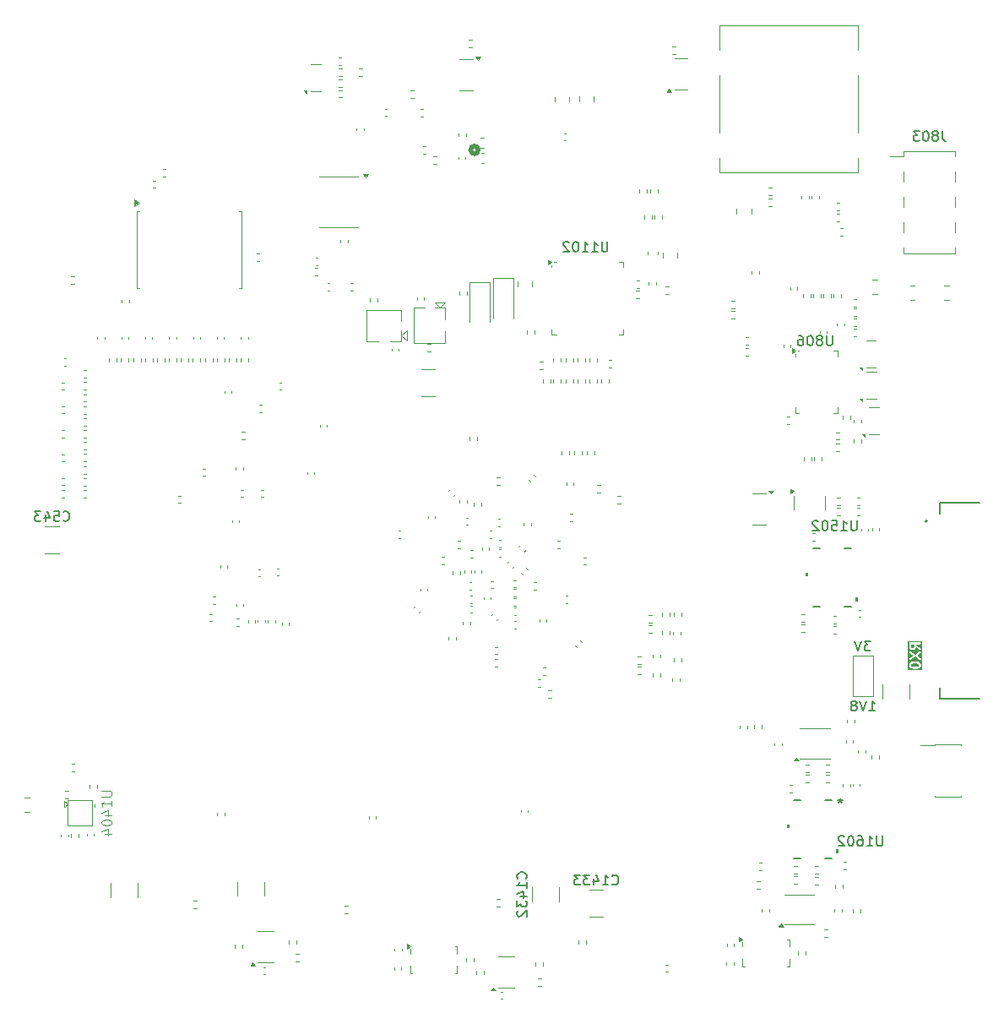
<source format=gbr>
%TF.GenerationSoftware,KiCad,Pcbnew,9.0.4*%
%TF.CreationDate,2025-11-23T15:58:38-06:00*%
%TF.ProjectId,zynq_test,7a796e71-5f74-4657-9374-2e6b69636164,rev?*%
%TF.SameCoordinates,Original*%
%TF.FileFunction,Legend,Bot*%
%TF.FilePolarity,Positive*%
%FSLAX46Y46*%
G04 Gerber Fmt 4.6, Leading zero omitted, Abs format (unit mm)*
G04 Created by KiCad (PCBNEW 9.0.4) date 2025-11-23 15:58:38*
%MOMM*%
%LPD*%
G01*
G04 APERTURE LIST*
%ADD10C,0.200000*%
%ADD11C,0.150000*%
%ADD12C,0.100000*%
%ADD13C,0.508000*%
%ADD14C,0.120000*%
%ADD15C,0.152400*%
%ADD16C,0.000000*%
%ADD17C,0.127000*%
G04 APERTURE END LIST*
D10*
G36*
X171306837Y-99232446D02*
G01*
X171377746Y-99267901D01*
X171402414Y-99292568D01*
X171432219Y-99352178D01*
X171432219Y-99400202D01*
X171402414Y-99459811D01*
X171377746Y-99484478D01*
X171306837Y-99519933D01*
X171138956Y-99561904D01*
X170925480Y-99561904D01*
X170757599Y-99519933D01*
X170686692Y-99484480D01*
X170662024Y-99459811D01*
X170632219Y-99400201D01*
X170632219Y-99352178D01*
X170662024Y-99292568D01*
X170686692Y-99267899D01*
X170757599Y-99232446D01*
X170925480Y-99190476D01*
X171138956Y-99190476D01*
X171306837Y-99232446D01*
G37*
G36*
X170956028Y-97543059D02*
G01*
X170926223Y-97602668D01*
X170901554Y-97627336D01*
X170841945Y-97657142D01*
X170746302Y-97657142D01*
X170686692Y-97627337D01*
X170662024Y-97602668D01*
X170632219Y-97543058D01*
X170632219Y-97285714D01*
X170956028Y-97285714D01*
X170956028Y-97543059D01*
G37*
G36*
X171743330Y-99873015D02*
G01*
X170321108Y-99873015D01*
X170321108Y-99328571D01*
X170432219Y-99328571D01*
X170432219Y-99423809D01*
X170434140Y-99443318D01*
X170435515Y-99446638D01*
X170435770Y-99450222D01*
X170442776Y-99468530D01*
X170490395Y-99563768D01*
X170495680Y-99572164D01*
X170496691Y-99574604D01*
X170498944Y-99577350D01*
X170500838Y-99580358D01*
X170502832Y-99582087D01*
X170509127Y-99589758D01*
X170556746Y-99637376D01*
X170564412Y-99643668D01*
X170566145Y-99645666D01*
X170569153Y-99647559D01*
X170571899Y-99649813D01*
X170574339Y-99650823D01*
X170582736Y-99656109D01*
X170677973Y-99703728D01*
X170679401Y-99704274D01*
X170679981Y-99704704D01*
X170688157Y-99707625D01*
X170696282Y-99710734D01*
X170697002Y-99710785D01*
X170698441Y-99711299D01*
X170888917Y-99758918D01*
X170892298Y-99759418D01*
X170893662Y-99759983D01*
X170901012Y-99760706D01*
X170908310Y-99761786D01*
X170909768Y-99761568D01*
X170913171Y-99761904D01*
X171151266Y-99761904D01*
X171154668Y-99761568D01*
X171156127Y-99761786D01*
X171163424Y-99760706D01*
X171170775Y-99759983D01*
X171172138Y-99759418D01*
X171175520Y-99758918D01*
X171365995Y-99711299D01*
X171367432Y-99710785D01*
X171368155Y-99710734D01*
X171376279Y-99707625D01*
X171384456Y-99704704D01*
X171385036Y-99704273D01*
X171386463Y-99703728D01*
X171481701Y-99656109D01*
X171490093Y-99650825D01*
X171492537Y-99649814D01*
X171495286Y-99647557D01*
X171498291Y-99645666D01*
X171500020Y-99643671D01*
X171507690Y-99637377D01*
X171555310Y-99589759D01*
X171561603Y-99582090D01*
X171563600Y-99580359D01*
X171565493Y-99577350D01*
X171567747Y-99574605D01*
X171568757Y-99572164D01*
X171574043Y-99563768D01*
X171621662Y-99468531D01*
X171628668Y-99450222D01*
X171628922Y-99446638D01*
X171630298Y-99443318D01*
X171632219Y-99423809D01*
X171632219Y-99328571D01*
X171630298Y-99309062D01*
X171628922Y-99305741D01*
X171628668Y-99302158D01*
X171621662Y-99283849D01*
X171574043Y-99188612D01*
X171568757Y-99180215D01*
X171567747Y-99177775D01*
X171565493Y-99175029D01*
X171563600Y-99172021D01*
X171561603Y-99170289D01*
X171555310Y-99162621D01*
X171507690Y-99115003D01*
X171500020Y-99108708D01*
X171498291Y-99106714D01*
X171495286Y-99104822D01*
X171492537Y-99102566D01*
X171490093Y-99101554D01*
X171481701Y-99096271D01*
X171386463Y-99048652D01*
X171385036Y-99048106D01*
X171384456Y-99047676D01*
X171376279Y-99044754D01*
X171368155Y-99041646D01*
X171367432Y-99041594D01*
X171365995Y-99041081D01*
X171175520Y-98993462D01*
X171172138Y-98992961D01*
X171170775Y-98992397D01*
X171163424Y-98991673D01*
X171156127Y-98990594D01*
X171154668Y-98990811D01*
X171151266Y-98990476D01*
X170913171Y-98990476D01*
X170909768Y-98990811D01*
X170908310Y-98990594D01*
X170901012Y-98991673D01*
X170893662Y-98992397D01*
X170892298Y-98992961D01*
X170888917Y-98993462D01*
X170698441Y-99041081D01*
X170697002Y-99041594D01*
X170696282Y-99041646D01*
X170688157Y-99044754D01*
X170679981Y-99047676D01*
X170679401Y-99048105D01*
X170677973Y-99048652D01*
X170582736Y-99096271D01*
X170574339Y-99101556D01*
X170571899Y-99102567D01*
X170569153Y-99104820D01*
X170566145Y-99106714D01*
X170564412Y-99108711D01*
X170556746Y-99115004D01*
X170509127Y-99162622D01*
X170502832Y-99170292D01*
X170500838Y-99172022D01*
X170498944Y-99175029D01*
X170496691Y-99177776D01*
X170495680Y-99180215D01*
X170490395Y-99188612D01*
X170442776Y-99283850D01*
X170435770Y-99302158D01*
X170435515Y-99305741D01*
X170434140Y-99309062D01*
X170432219Y-99328571D01*
X170321108Y-99328571D01*
X170321108Y-98090581D01*
X170432219Y-98090581D01*
X170439871Y-98128841D01*
X170461582Y-98161261D01*
X170476749Y-98173681D01*
X170851941Y-98423809D01*
X170476749Y-98673937D01*
X170461582Y-98686357D01*
X170439871Y-98718777D01*
X170432219Y-98757037D01*
X170439791Y-98795314D01*
X170461434Y-98827779D01*
X170493854Y-98849490D01*
X170532114Y-98857142D01*
X170570391Y-98849570D01*
X170587689Y-98840347D01*
X171032219Y-98543993D01*
X171476749Y-98840347D01*
X171494047Y-98849570D01*
X171532324Y-98857142D01*
X171570584Y-98849490D01*
X171603004Y-98827779D01*
X171624647Y-98795314D01*
X171632219Y-98757037D01*
X171624567Y-98718777D01*
X171602856Y-98686357D01*
X171587689Y-98673937D01*
X171212496Y-98423809D01*
X171587689Y-98173681D01*
X171602856Y-98161261D01*
X171624567Y-98128841D01*
X171632219Y-98090581D01*
X171624647Y-98052304D01*
X171603004Y-98019839D01*
X171570584Y-97998128D01*
X171532324Y-97990476D01*
X171494047Y-97998048D01*
X171476749Y-98007271D01*
X171032219Y-98303624D01*
X170587689Y-98007271D01*
X170570391Y-97998048D01*
X170532114Y-97990476D01*
X170493854Y-97998128D01*
X170461434Y-98019839D01*
X170439791Y-98052304D01*
X170432219Y-98090581D01*
X170321108Y-98090581D01*
X170321108Y-97185714D01*
X170432219Y-97185714D01*
X170432219Y-97566666D01*
X170434140Y-97586175D01*
X170435515Y-97589495D01*
X170435770Y-97593079D01*
X170442776Y-97611387D01*
X170490395Y-97706625D01*
X170495680Y-97715021D01*
X170496691Y-97717461D01*
X170498944Y-97720207D01*
X170500838Y-97723215D01*
X170502832Y-97724944D01*
X170509127Y-97732615D01*
X170556746Y-97780233D01*
X170564412Y-97786525D01*
X170566145Y-97788523D01*
X170569153Y-97790416D01*
X170571899Y-97792670D01*
X170574339Y-97793680D01*
X170582736Y-97798966D01*
X170677973Y-97846585D01*
X170696282Y-97853591D01*
X170699865Y-97853845D01*
X170703186Y-97855221D01*
X170722695Y-97857142D01*
X170865552Y-97857142D01*
X170885061Y-97855221D01*
X170888381Y-97853845D01*
X170891965Y-97853591D01*
X170910273Y-97846585D01*
X171005511Y-97798966D01*
X171013907Y-97793680D01*
X171016347Y-97792670D01*
X171019093Y-97790416D01*
X171022101Y-97788523D01*
X171023830Y-97786528D01*
X171031501Y-97780234D01*
X171079119Y-97732615D01*
X171085411Y-97724948D01*
X171087409Y-97723216D01*
X171089302Y-97720207D01*
X171091556Y-97717462D01*
X171092566Y-97715021D01*
X171097852Y-97706625D01*
X171145471Y-97611388D01*
X171146347Y-97609097D01*
X171474873Y-97839065D01*
X171491957Y-97848679D01*
X171530052Y-97857119D01*
X171568476Y-97850338D01*
X171601381Y-97829369D01*
X171623756Y-97797404D01*
X171632196Y-97759310D01*
X171625415Y-97720885D01*
X171604446Y-97687980D01*
X171589565Y-97675219D01*
X171156028Y-97371743D01*
X171156028Y-97285714D01*
X171532219Y-97285714D01*
X171551728Y-97283793D01*
X171587776Y-97268861D01*
X171615366Y-97241271D01*
X171630298Y-97205223D01*
X171630298Y-97166205D01*
X171615366Y-97130157D01*
X171587776Y-97102567D01*
X171551728Y-97087635D01*
X171532219Y-97085714D01*
X170532219Y-97085714D01*
X170512710Y-97087635D01*
X170476662Y-97102567D01*
X170449072Y-97130157D01*
X170434140Y-97166205D01*
X170432219Y-97185714D01*
X170321108Y-97185714D01*
X170321108Y-96974603D01*
X171743330Y-96974603D01*
X171743330Y-99873015D01*
G37*
D11*
X167765475Y-116479819D02*
X167765475Y-117289342D01*
X167765475Y-117289342D02*
X167717856Y-117384580D01*
X167717856Y-117384580D02*
X167670237Y-117432200D01*
X167670237Y-117432200D02*
X167574999Y-117479819D01*
X167574999Y-117479819D02*
X167384523Y-117479819D01*
X167384523Y-117479819D02*
X167289285Y-117432200D01*
X167289285Y-117432200D02*
X167241666Y-117384580D01*
X167241666Y-117384580D02*
X167194047Y-117289342D01*
X167194047Y-117289342D02*
X167194047Y-116479819D01*
X166194047Y-117479819D02*
X166765475Y-117479819D01*
X166479761Y-117479819D02*
X166479761Y-116479819D01*
X166479761Y-116479819D02*
X166574999Y-116622676D01*
X166574999Y-116622676D02*
X166670237Y-116717914D01*
X166670237Y-116717914D02*
X166765475Y-116765533D01*
X165336904Y-116479819D02*
X165527380Y-116479819D01*
X165527380Y-116479819D02*
X165622618Y-116527438D01*
X165622618Y-116527438D02*
X165670237Y-116575057D01*
X165670237Y-116575057D02*
X165765475Y-116717914D01*
X165765475Y-116717914D02*
X165813094Y-116908390D01*
X165813094Y-116908390D02*
X165813094Y-117289342D01*
X165813094Y-117289342D02*
X165765475Y-117384580D01*
X165765475Y-117384580D02*
X165717856Y-117432200D01*
X165717856Y-117432200D02*
X165622618Y-117479819D01*
X165622618Y-117479819D02*
X165432142Y-117479819D01*
X165432142Y-117479819D02*
X165336904Y-117432200D01*
X165336904Y-117432200D02*
X165289285Y-117384580D01*
X165289285Y-117384580D02*
X165241666Y-117289342D01*
X165241666Y-117289342D02*
X165241666Y-117051247D01*
X165241666Y-117051247D02*
X165289285Y-116956009D01*
X165289285Y-116956009D02*
X165336904Y-116908390D01*
X165336904Y-116908390D02*
X165432142Y-116860771D01*
X165432142Y-116860771D02*
X165622618Y-116860771D01*
X165622618Y-116860771D02*
X165717856Y-116908390D01*
X165717856Y-116908390D02*
X165765475Y-116956009D01*
X165765475Y-116956009D02*
X165813094Y-117051247D01*
X164622618Y-116479819D02*
X164527380Y-116479819D01*
X164527380Y-116479819D02*
X164432142Y-116527438D01*
X164432142Y-116527438D02*
X164384523Y-116575057D01*
X164384523Y-116575057D02*
X164336904Y-116670295D01*
X164336904Y-116670295D02*
X164289285Y-116860771D01*
X164289285Y-116860771D02*
X164289285Y-117098866D01*
X164289285Y-117098866D02*
X164336904Y-117289342D01*
X164336904Y-117289342D02*
X164384523Y-117384580D01*
X164384523Y-117384580D02*
X164432142Y-117432200D01*
X164432142Y-117432200D02*
X164527380Y-117479819D01*
X164527380Y-117479819D02*
X164622618Y-117479819D01*
X164622618Y-117479819D02*
X164717856Y-117432200D01*
X164717856Y-117432200D02*
X164765475Y-117384580D01*
X164765475Y-117384580D02*
X164813094Y-117289342D01*
X164813094Y-117289342D02*
X164860713Y-117098866D01*
X164860713Y-117098866D02*
X164860713Y-116860771D01*
X164860713Y-116860771D02*
X164813094Y-116670295D01*
X164813094Y-116670295D02*
X164765475Y-116575057D01*
X164765475Y-116575057D02*
X164717856Y-116527438D01*
X164717856Y-116527438D02*
X164622618Y-116479819D01*
X163908332Y-116575057D02*
X163860713Y-116527438D01*
X163860713Y-116527438D02*
X163765475Y-116479819D01*
X163765475Y-116479819D02*
X163527380Y-116479819D01*
X163527380Y-116479819D02*
X163432142Y-116527438D01*
X163432142Y-116527438D02*
X163384523Y-116575057D01*
X163384523Y-116575057D02*
X163336904Y-116670295D01*
X163336904Y-116670295D02*
X163336904Y-116765533D01*
X163336904Y-116765533D02*
X163384523Y-116908390D01*
X163384523Y-116908390D02*
X163955951Y-117479819D01*
X163955951Y-117479819D02*
X163336904Y-117479819D01*
X163523199Y-112744189D02*
X163523199Y-112982284D01*
X163761294Y-112887046D02*
X163523199Y-112982284D01*
X163523199Y-112982284D02*
X163285104Y-112887046D01*
X163666056Y-113172760D02*
X163523199Y-112982284D01*
X163523199Y-112982284D02*
X163380342Y-113172760D01*
X163523199Y-112744189D02*
X163523199Y-112982284D01*
X163761294Y-112887046D02*
X163523199Y-112982284D01*
X163523199Y-112982284D02*
X163285104Y-112887046D01*
X163666056Y-113172760D02*
X163523199Y-112982284D01*
X163523199Y-112982284D02*
X163380342Y-113172760D01*
X166419047Y-103954819D02*
X166990475Y-103954819D01*
X166704761Y-103954819D02*
X166704761Y-102954819D01*
X166704761Y-102954819D02*
X166799999Y-103097676D01*
X166799999Y-103097676D02*
X166895237Y-103192914D01*
X166895237Y-103192914D02*
X166990475Y-103240533D01*
X166133332Y-102954819D02*
X165799999Y-103954819D01*
X165799999Y-103954819D02*
X165466666Y-102954819D01*
X164990475Y-103383390D02*
X165085713Y-103335771D01*
X165085713Y-103335771D02*
X165133332Y-103288152D01*
X165133332Y-103288152D02*
X165180951Y-103192914D01*
X165180951Y-103192914D02*
X165180951Y-103145295D01*
X165180951Y-103145295D02*
X165133332Y-103050057D01*
X165133332Y-103050057D02*
X165085713Y-103002438D01*
X165085713Y-103002438D02*
X164990475Y-102954819D01*
X164990475Y-102954819D02*
X164799999Y-102954819D01*
X164799999Y-102954819D02*
X164704761Y-103002438D01*
X164704761Y-103002438D02*
X164657142Y-103050057D01*
X164657142Y-103050057D02*
X164609523Y-103145295D01*
X164609523Y-103145295D02*
X164609523Y-103192914D01*
X164609523Y-103192914D02*
X164657142Y-103288152D01*
X164657142Y-103288152D02*
X164704761Y-103335771D01*
X164704761Y-103335771D02*
X164799999Y-103383390D01*
X164799999Y-103383390D02*
X164990475Y-103383390D01*
X164990475Y-103383390D02*
X165085713Y-103431009D01*
X165085713Y-103431009D02*
X165133332Y-103478628D01*
X165133332Y-103478628D02*
X165180951Y-103573866D01*
X165180951Y-103573866D02*
X165180951Y-103764342D01*
X165180951Y-103764342D02*
X165133332Y-103859580D01*
X165133332Y-103859580D02*
X165085713Y-103907200D01*
X165085713Y-103907200D02*
X164990475Y-103954819D01*
X164990475Y-103954819D02*
X164799999Y-103954819D01*
X164799999Y-103954819D02*
X164704761Y-103907200D01*
X164704761Y-103907200D02*
X164657142Y-103859580D01*
X164657142Y-103859580D02*
X164609523Y-103764342D01*
X164609523Y-103764342D02*
X164609523Y-103573866D01*
X164609523Y-103573866D02*
X164657142Y-103478628D01*
X164657142Y-103478628D02*
X164704761Y-103431009D01*
X164704761Y-103431009D02*
X164799999Y-103383390D01*
X166561904Y-96954819D02*
X165942857Y-96954819D01*
X165942857Y-96954819D02*
X166276190Y-97335771D01*
X166276190Y-97335771D02*
X166133333Y-97335771D01*
X166133333Y-97335771D02*
X166038095Y-97383390D01*
X166038095Y-97383390D02*
X165990476Y-97431009D01*
X165990476Y-97431009D02*
X165942857Y-97526247D01*
X165942857Y-97526247D02*
X165942857Y-97764342D01*
X165942857Y-97764342D02*
X165990476Y-97859580D01*
X165990476Y-97859580D02*
X166038095Y-97907200D01*
X166038095Y-97907200D02*
X166133333Y-97954819D01*
X166133333Y-97954819D02*
X166419047Y-97954819D01*
X166419047Y-97954819D02*
X166514285Y-97907200D01*
X166514285Y-97907200D02*
X166561904Y-97859580D01*
X165657142Y-96954819D02*
X165323809Y-97954819D01*
X165323809Y-97954819D02*
X164990476Y-96954819D01*
X132009580Y-120754761D02*
X132057200Y-120707142D01*
X132057200Y-120707142D02*
X132104819Y-120564285D01*
X132104819Y-120564285D02*
X132104819Y-120469047D01*
X132104819Y-120469047D02*
X132057200Y-120326190D01*
X132057200Y-120326190D02*
X131961961Y-120230952D01*
X131961961Y-120230952D02*
X131866723Y-120183333D01*
X131866723Y-120183333D02*
X131676247Y-120135714D01*
X131676247Y-120135714D02*
X131533390Y-120135714D01*
X131533390Y-120135714D02*
X131342914Y-120183333D01*
X131342914Y-120183333D02*
X131247676Y-120230952D01*
X131247676Y-120230952D02*
X131152438Y-120326190D01*
X131152438Y-120326190D02*
X131104819Y-120469047D01*
X131104819Y-120469047D02*
X131104819Y-120564285D01*
X131104819Y-120564285D02*
X131152438Y-120707142D01*
X131152438Y-120707142D02*
X131200057Y-120754761D01*
X132104819Y-121707142D02*
X132104819Y-121135714D01*
X132104819Y-121421428D02*
X131104819Y-121421428D01*
X131104819Y-121421428D02*
X131247676Y-121326190D01*
X131247676Y-121326190D02*
X131342914Y-121230952D01*
X131342914Y-121230952D02*
X131390533Y-121135714D01*
X131438152Y-122564285D02*
X132104819Y-122564285D01*
X131057200Y-122326190D02*
X131771485Y-122088095D01*
X131771485Y-122088095D02*
X131771485Y-122707142D01*
X131104819Y-122992857D02*
X131104819Y-123611904D01*
X131104819Y-123611904D02*
X131485771Y-123278571D01*
X131485771Y-123278571D02*
X131485771Y-123421428D01*
X131485771Y-123421428D02*
X131533390Y-123516666D01*
X131533390Y-123516666D02*
X131581009Y-123564285D01*
X131581009Y-123564285D02*
X131676247Y-123611904D01*
X131676247Y-123611904D02*
X131914342Y-123611904D01*
X131914342Y-123611904D02*
X132009580Y-123564285D01*
X132009580Y-123564285D02*
X132057200Y-123516666D01*
X132057200Y-123516666D02*
X132104819Y-123421428D01*
X132104819Y-123421428D02*
X132104819Y-123135714D01*
X132104819Y-123135714D02*
X132057200Y-123040476D01*
X132057200Y-123040476D02*
X132009580Y-122992857D01*
X131200057Y-123992857D02*
X131152438Y-124040476D01*
X131152438Y-124040476D02*
X131104819Y-124135714D01*
X131104819Y-124135714D02*
X131104819Y-124373809D01*
X131104819Y-124373809D02*
X131152438Y-124469047D01*
X131152438Y-124469047D02*
X131200057Y-124516666D01*
X131200057Y-124516666D02*
X131295295Y-124564285D01*
X131295295Y-124564285D02*
X131390533Y-124564285D01*
X131390533Y-124564285D02*
X131533390Y-124516666D01*
X131533390Y-124516666D02*
X132104819Y-123945238D01*
X132104819Y-123945238D02*
X132104819Y-124564285D01*
X85624047Y-84859580D02*
X85671666Y-84907200D01*
X85671666Y-84907200D02*
X85814523Y-84954819D01*
X85814523Y-84954819D02*
X85909761Y-84954819D01*
X85909761Y-84954819D02*
X86052618Y-84907200D01*
X86052618Y-84907200D02*
X86147856Y-84811961D01*
X86147856Y-84811961D02*
X86195475Y-84716723D01*
X86195475Y-84716723D02*
X86243094Y-84526247D01*
X86243094Y-84526247D02*
X86243094Y-84383390D01*
X86243094Y-84383390D02*
X86195475Y-84192914D01*
X86195475Y-84192914D02*
X86147856Y-84097676D01*
X86147856Y-84097676D02*
X86052618Y-84002438D01*
X86052618Y-84002438D02*
X85909761Y-83954819D01*
X85909761Y-83954819D02*
X85814523Y-83954819D01*
X85814523Y-83954819D02*
X85671666Y-84002438D01*
X85671666Y-84002438D02*
X85624047Y-84050057D01*
X84719285Y-83954819D02*
X85195475Y-83954819D01*
X85195475Y-83954819D02*
X85243094Y-84431009D01*
X85243094Y-84431009D02*
X85195475Y-84383390D01*
X85195475Y-84383390D02*
X85100237Y-84335771D01*
X85100237Y-84335771D02*
X84862142Y-84335771D01*
X84862142Y-84335771D02*
X84766904Y-84383390D01*
X84766904Y-84383390D02*
X84719285Y-84431009D01*
X84719285Y-84431009D02*
X84671666Y-84526247D01*
X84671666Y-84526247D02*
X84671666Y-84764342D01*
X84671666Y-84764342D02*
X84719285Y-84859580D01*
X84719285Y-84859580D02*
X84766904Y-84907200D01*
X84766904Y-84907200D02*
X84862142Y-84954819D01*
X84862142Y-84954819D02*
X85100237Y-84954819D01*
X85100237Y-84954819D02*
X85195475Y-84907200D01*
X85195475Y-84907200D02*
X85243094Y-84859580D01*
X83814523Y-84288152D02*
X83814523Y-84954819D01*
X84052618Y-83907200D02*
X84290713Y-84621485D01*
X84290713Y-84621485D02*
X83671666Y-84621485D01*
X83385951Y-83954819D02*
X82766904Y-83954819D01*
X82766904Y-83954819D02*
X83100237Y-84335771D01*
X83100237Y-84335771D02*
X82957380Y-84335771D01*
X82957380Y-84335771D02*
X82862142Y-84383390D01*
X82862142Y-84383390D02*
X82814523Y-84431009D01*
X82814523Y-84431009D02*
X82766904Y-84526247D01*
X82766904Y-84526247D02*
X82766904Y-84764342D01*
X82766904Y-84764342D02*
X82814523Y-84859580D01*
X82814523Y-84859580D02*
X82862142Y-84907200D01*
X82862142Y-84907200D02*
X82957380Y-84954819D01*
X82957380Y-84954819D02*
X83243094Y-84954819D01*
X83243094Y-84954819D02*
X83338332Y-84907200D01*
X83338332Y-84907200D02*
X83385951Y-84859580D01*
X173765714Y-45854819D02*
X173765714Y-46569104D01*
X173765714Y-46569104D02*
X173813333Y-46711961D01*
X173813333Y-46711961D02*
X173908571Y-46807200D01*
X173908571Y-46807200D02*
X174051428Y-46854819D01*
X174051428Y-46854819D02*
X174146666Y-46854819D01*
X173146666Y-46283390D02*
X173241904Y-46235771D01*
X173241904Y-46235771D02*
X173289523Y-46188152D01*
X173289523Y-46188152D02*
X173337142Y-46092914D01*
X173337142Y-46092914D02*
X173337142Y-46045295D01*
X173337142Y-46045295D02*
X173289523Y-45950057D01*
X173289523Y-45950057D02*
X173241904Y-45902438D01*
X173241904Y-45902438D02*
X173146666Y-45854819D01*
X173146666Y-45854819D02*
X172956190Y-45854819D01*
X172956190Y-45854819D02*
X172860952Y-45902438D01*
X172860952Y-45902438D02*
X172813333Y-45950057D01*
X172813333Y-45950057D02*
X172765714Y-46045295D01*
X172765714Y-46045295D02*
X172765714Y-46092914D01*
X172765714Y-46092914D02*
X172813333Y-46188152D01*
X172813333Y-46188152D02*
X172860952Y-46235771D01*
X172860952Y-46235771D02*
X172956190Y-46283390D01*
X172956190Y-46283390D02*
X173146666Y-46283390D01*
X173146666Y-46283390D02*
X173241904Y-46331009D01*
X173241904Y-46331009D02*
X173289523Y-46378628D01*
X173289523Y-46378628D02*
X173337142Y-46473866D01*
X173337142Y-46473866D02*
X173337142Y-46664342D01*
X173337142Y-46664342D02*
X173289523Y-46759580D01*
X173289523Y-46759580D02*
X173241904Y-46807200D01*
X173241904Y-46807200D02*
X173146666Y-46854819D01*
X173146666Y-46854819D02*
X172956190Y-46854819D01*
X172956190Y-46854819D02*
X172860952Y-46807200D01*
X172860952Y-46807200D02*
X172813333Y-46759580D01*
X172813333Y-46759580D02*
X172765714Y-46664342D01*
X172765714Y-46664342D02*
X172765714Y-46473866D01*
X172765714Y-46473866D02*
X172813333Y-46378628D01*
X172813333Y-46378628D02*
X172860952Y-46331009D01*
X172860952Y-46331009D02*
X172956190Y-46283390D01*
X172146666Y-45854819D02*
X172051428Y-45854819D01*
X172051428Y-45854819D02*
X171956190Y-45902438D01*
X171956190Y-45902438D02*
X171908571Y-45950057D01*
X171908571Y-45950057D02*
X171860952Y-46045295D01*
X171860952Y-46045295D02*
X171813333Y-46235771D01*
X171813333Y-46235771D02*
X171813333Y-46473866D01*
X171813333Y-46473866D02*
X171860952Y-46664342D01*
X171860952Y-46664342D02*
X171908571Y-46759580D01*
X171908571Y-46759580D02*
X171956190Y-46807200D01*
X171956190Y-46807200D02*
X172051428Y-46854819D01*
X172051428Y-46854819D02*
X172146666Y-46854819D01*
X172146666Y-46854819D02*
X172241904Y-46807200D01*
X172241904Y-46807200D02*
X172289523Y-46759580D01*
X172289523Y-46759580D02*
X172337142Y-46664342D01*
X172337142Y-46664342D02*
X172384761Y-46473866D01*
X172384761Y-46473866D02*
X172384761Y-46235771D01*
X172384761Y-46235771D02*
X172337142Y-46045295D01*
X172337142Y-46045295D02*
X172289523Y-45950057D01*
X172289523Y-45950057D02*
X172241904Y-45902438D01*
X172241904Y-45902438D02*
X172146666Y-45854819D01*
X171479999Y-45854819D02*
X170860952Y-45854819D01*
X170860952Y-45854819D02*
X171194285Y-46235771D01*
X171194285Y-46235771D02*
X171051428Y-46235771D01*
X171051428Y-46235771D02*
X170956190Y-46283390D01*
X170956190Y-46283390D02*
X170908571Y-46331009D01*
X170908571Y-46331009D02*
X170860952Y-46426247D01*
X170860952Y-46426247D02*
X170860952Y-46664342D01*
X170860952Y-46664342D02*
X170908571Y-46759580D01*
X170908571Y-46759580D02*
X170956190Y-46807200D01*
X170956190Y-46807200D02*
X171051428Y-46854819D01*
X171051428Y-46854819D02*
X171337142Y-46854819D01*
X171337142Y-46854819D02*
X171432380Y-46807200D01*
X171432380Y-46807200D02*
X171479999Y-46759580D01*
X165180475Y-84894819D02*
X165180475Y-85704342D01*
X165180475Y-85704342D02*
X165132856Y-85799580D01*
X165132856Y-85799580D02*
X165085237Y-85847200D01*
X165085237Y-85847200D02*
X164989999Y-85894819D01*
X164989999Y-85894819D02*
X164799523Y-85894819D01*
X164799523Y-85894819D02*
X164704285Y-85847200D01*
X164704285Y-85847200D02*
X164656666Y-85799580D01*
X164656666Y-85799580D02*
X164609047Y-85704342D01*
X164609047Y-85704342D02*
X164609047Y-84894819D01*
X163609047Y-85894819D02*
X164180475Y-85894819D01*
X163894761Y-85894819D02*
X163894761Y-84894819D01*
X163894761Y-84894819D02*
X163989999Y-85037676D01*
X163989999Y-85037676D02*
X164085237Y-85132914D01*
X164085237Y-85132914D02*
X164180475Y-85180533D01*
X162704285Y-84894819D02*
X163180475Y-84894819D01*
X163180475Y-84894819D02*
X163228094Y-85371009D01*
X163228094Y-85371009D02*
X163180475Y-85323390D01*
X163180475Y-85323390D02*
X163085237Y-85275771D01*
X163085237Y-85275771D02*
X162847142Y-85275771D01*
X162847142Y-85275771D02*
X162751904Y-85323390D01*
X162751904Y-85323390D02*
X162704285Y-85371009D01*
X162704285Y-85371009D02*
X162656666Y-85466247D01*
X162656666Y-85466247D02*
X162656666Y-85704342D01*
X162656666Y-85704342D02*
X162704285Y-85799580D01*
X162704285Y-85799580D02*
X162751904Y-85847200D01*
X162751904Y-85847200D02*
X162847142Y-85894819D01*
X162847142Y-85894819D02*
X163085237Y-85894819D01*
X163085237Y-85894819D02*
X163180475Y-85847200D01*
X163180475Y-85847200D02*
X163228094Y-85799580D01*
X162037618Y-84894819D02*
X161942380Y-84894819D01*
X161942380Y-84894819D02*
X161847142Y-84942438D01*
X161847142Y-84942438D02*
X161799523Y-84990057D01*
X161799523Y-84990057D02*
X161751904Y-85085295D01*
X161751904Y-85085295D02*
X161704285Y-85275771D01*
X161704285Y-85275771D02*
X161704285Y-85513866D01*
X161704285Y-85513866D02*
X161751904Y-85704342D01*
X161751904Y-85704342D02*
X161799523Y-85799580D01*
X161799523Y-85799580D02*
X161847142Y-85847200D01*
X161847142Y-85847200D02*
X161942380Y-85894819D01*
X161942380Y-85894819D02*
X162037618Y-85894819D01*
X162037618Y-85894819D02*
X162132856Y-85847200D01*
X162132856Y-85847200D02*
X162180475Y-85799580D01*
X162180475Y-85799580D02*
X162228094Y-85704342D01*
X162228094Y-85704342D02*
X162275713Y-85513866D01*
X162275713Y-85513866D02*
X162275713Y-85275771D01*
X162275713Y-85275771D02*
X162228094Y-85085295D01*
X162228094Y-85085295D02*
X162180475Y-84990057D01*
X162180475Y-84990057D02*
X162132856Y-84942438D01*
X162132856Y-84942438D02*
X162037618Y-84894819D01*
X161323332Y-84990057D02*
X161275713Y-84942438D01*
X161275713Y-84942438D02*
X161180475Y-84894819D01*
X161180475Y-84894819D02*
X160942380Y-84894819D01*
X160942380Y-84894819D02*
X160847142Y-84942438D01*
X160847142Y-84942438D02*
X160799523Y-84990057D01*
X160799523Y-84990057D02*
X160751904Y-85085295D01*
X160751904Y-85085295D02*
X160751904Y-85180533D01*
X160751904Y-85180533D02*
X160799523Y-85323390D01*
X160799523Y-85323390D02*
X161370951Y-85894819D01*
X161370951Y-85894819D02*
X160751904Y-85894819D01*
X140190475Y-56954819D02*
X140190475Y-57764342D01*
X140190475Y-57764342D02*
X140142856Y-57859580D01*
X140142856Y-57859580D02*
X140095237Y-57907200D01*
X140095237Y-57907200D02*
X139999999Y-57954819D01*
X139999999Y-57954819D02*
X139809523Y-57954819D01*
X139809523Y-57954819D02*
X139714285Y-57907200D01*
X139714285Y-57907200D02*
X139666666Y-57859580D01*
X139666666Y-57859580D02*
X139619047Y-57764342D01*
X139619047Y-57764342D02*
X139619047Y-56954819D01*
X138619047Y-57954819D02*
X139190475Y-57954819D01*
X138904761Y-57954819D02*
X138904761Y-56954819D01*
X138904761Y-56954819D02*
X138999999Y-57097676D01*
X138999999Y-57097676D02*
X139095237Y-57192914D01*
X139095237Y-57192914D02*
X139190475Y-57240533D01*
X137666666Y-57954819D02*
X138238094Y-57954819D01*
X137952380Y-57954819D02*
X137952380Y-56954819D01*
X137952380Y-56954819D02*
X138047618Y-57097676D01*
X138047618Y-57097676D02*
X138142856Y-57192914D01*
X138142856Y-57192914D02*
X138238094Y-57240533D01*
X137047618Y-56954819D02*
X136952380Y-56954819D01*
X136952380Y-56954819D02*
X136857142Y-57002438D01*
X136857142Y-57002438D02*
X136809523Y-57050057D01*
X136809523Y-57050057D02*
X136761904Y-57145295D01*
X136761904Y-57145295D02*
X136714285Y-57335771D01*
X136714285Y-57335771D02*
X136714285Y-57573866D01*
X136714285Y-57573866D02*
X136761904Y-57764342D01*
X136761904Y-57764342D02*
X136809523Y-57859580D01*
X136809523Y-57859580D02*
X136857142Y-57907200D01*
X136857142Y-57907200D02*
X136952380Y-57954819D01*
X136952380Y-57954819D02*
X137047618Y-57954819D01*
X137047618Y-57954819D02*
X137142856Y-57907200D01*
X137142856Y-57907200D02*
X137190475Y-57859580D01*
X137190475Y-57859580D02*
X137238094Y-57764342D01*
X137238094Y-57764342D02*
X137285713Y-57573866D01*
X137285713Y-57573866D02*
X137285713Y-57335771D01*
X137285713Y-57335771D02*
X137238094Y-57145295D01*
X137238094Y-57145295D02*
X137190475Y-57050057D01*
X137190475Y-57050057D02*
X137142856Y-57002438D01*
X137142856Y-57002438D02*
X137047618Y-56954819D01*
X136333332Y-57050057D02*
X136285713Y-57002438D01*
X136285713Y-57002438D02*
X136190475Y-56954819D01*
X136190475Y-56954819D02*
X135952380Y-56954819D01*
X135952380Y-56954819D02*
X135857142Y-57002438D01*
X135857142Y-57002438D02*
X135809523Y-57050057D01*
X135809523Y-57050057D02*
X135761904Y-57145295D01*
X135761904Y-57145295D02*
X135761904Y-57240533D01*
X135761904Y-57240533D02*
X135809523Y-57383390D01*
X135809523Y-57383390D02*
X136380951Y-57954819D01*
X136380951Y-57954819D02*
X135761904Y-57954819D01*
X162739285Y-66354819D02*
X162739285Y-67164342D01*
X162739285Y-67164342D02*
X162691666Y-67259580D01*
X162691666Y-67259580D02*
X162644047Y-67307200D01*
X162644047Y-67307200D02*
X162548809Y-67354819D01*
X162548809Y-67354819D02*
X162358333Y-67354819D01*
X162358333Y-67354819D02*
X162263095Y-67307200D01*
X162263095Y-67307200D02*
X162215476Y-67259580D01*
X162215476Y-67259580D02*
X162167857Y-67164342D01*
X162167857Y-67164342D02*
X162167857Y-66354819D01*
X161548809Y-66783390D02*
X161644047Y-66735771D01*
X161644047Y-66735771D02*
X161691666Y-66688152D01*
X161691666Y-66688152D02*
X161739285Y-66592914D01*
X161739285Y-66592914D02*
X161739285Y-66545295D01*
X161739285Y-66545295D02*
X161691666Y-66450057D01*
X161691666Y-66450057D02*
X161644047Y-66402438D01*
X161644047Y-66402438D02*
X161548809Y-66354819D01*
X161548809Y-66354819D02*
X161358333Y-66354819D01*
X161358333Y-66354819D02*
X161263095Y-66402438D01*
X161263095Y-66402438D02*
X161215476Y-66450057D01*
X161215476Y-66450057D02*
X161167857Y-66545295D01*
X161167857Y-66545295D02*
X161167857Y-66592914D01*
X161167857Y-66592914D02*
X161215476Y-66688152D01*
X161215476Y-66688152D02*
X161263095Y-66735771D01*
X161263095Y-66735771D02*
X161358333Y-66783390D01*
X161358333Y-66783390D02*
X161548809Y-66783390D01*
X161548809Y-66783390D02*
X161644047Y-66831009D01*
X161644047Y-66831009D02*
X161691666Y-66878628D01*
X161691666Y-66878628D02*
X161739285Y-66973866D01*
X161739285Y-66973866D02*
X161739285Y-67164342D01*
X161739285Y-67164342D02*
X161691666Y-67259580D01*
X161691666Y-67259580D02*
X161644047Y-67307200D01*
X161644047Y-67307200D02*
X161548809Y-67354819D01*
X161548809Y-67354819D02*
X161358333Y-67354819D01*
X161358333Y-67354819D02*
X161263095Y-67307200D01*
X161263095Y-67307200D02*
X161215476Y-67259580D01*
X161215476Y-67259580D02*
X161167857Y-67164342D01*
X161167857Y-67164342D02*
X161167857Y-66973866D01*
X161167857Y-66973866D02*
X161215476Y-66878628D01*
X161215476Y-66878628D02*
X161263095Y-66831009D01*
X161263095Y-66831009D02*
X161358333Y-66783390D01*
X160548809Y-66354819D02*
X160453571Y-66354819D01*
X160453571Y-66354819D02*
X160358333Y-66402438D01*
X160358333Y-66402438D02*
X160310714Y-66450057D01*
X160310714Y-66450057D02*
X160263095Y-66545295D01*
X160263095Y-66545295D02*
X160215476Y-66735771D01*
X160215476Y-66735771D02*
X160215476Y-66973866D01*
X160215476Y-66973866D02*
X160263095Y-67164342D01*
X160263095Y-67164342D02*
X160310714Y-67259580D01*
X160310714Y-67259580D02*
X160358333Y-67307200D01*
X160358333Y-67307200D02*
X160453571Y-67354819D01*
X160453571Y-67354819D02*
X160548809Y-67354819D01*
X160548809Y-67354819D02*
X160644047Y-67307200D01*
X160644047Y-67307200D02*
X160691666Y-67259580D01*
X160691666Y-67259580D02*
X160739285Y-67164342D01*
X160739285Y-67164342D02*
X160786904Y-66973866D01*
X160786904Y-66973866D02*
X160786904Y-66735771D01*
X160786904Y-66735771D02*
X160739285Y-66545295D01*
X160739285Y-66545295D02*
X160691666Y-66450057D01*
X160691666Y-66450057D02*
X160644047Y-66402438D01*
X160644047Y-66402438D02*
X160548809Y-66354819D01*
X159358333Y-66354819D02*
X159548809Y-66354819D01*
X159548809Y-66354819D02*
X159644047Y-66402438D01*
X159644047Y-66402438D02*
X159691666Y-66450057D01*
X159691666Y-66450057D02*
X159786904Y-66592914D01*
X159786904Y-66592914D02*
X159834523Y-66783390D01*
X159834523Y-66783390D02*
X159834523Y-67164342D01*
X159834523Y-67164342D02*
X159786904Y-67259580D01*
X159786904Y-67259580D02*
X159739285Y-67307200D01*
X159739285Y-67307200D02*
X159644047Y-67354819D01*
X159644047Y-67354819D02*
X159453571Y-67354819D01*
X159453571Y-67354819D02*
X159358333Y-67307200D01*
X159358333Y-67307200D02*
X159310714Y-67259580D01*
X159310714Y-67259580D02*
X159263095Y-67164342D01*
X159263095Y-67164342D02*
X159263095Y-66926247D01*
X159263095Y-66926247D02*
X159310714Y-66831009D01*
X159310714Y-66831009D02*
X159358333Y-66783390D01*
X159358333Y-66783390D02*
X159453571Y-66735771D01*
X159453571Y-66735771D02*
X159644047Y-66735771D01*
X159644047Y-66735771D02*
X159739285Y-66783390D01*
X159739285Y-66783390D02*
X159786904Y-66831009D01*
X159786904Y-66831009D02*
X159834523Y-66926247D01*
X140645238Y-121309580D02*
X140692857Y-121357200D01*
X140692857Y-121357200D02*
X140835714Y-121404819D01*
X140835714Y-121404819D02*
X140930952Y-121404819D01*
X140930952Y-121404819D02*
X141073809Y-121357200D01*
X141073809Y-121357200D02*
X141169047Y-121261961D01*
X141169047Y-121261961D02*
X141216666Y-121166723D01*
X141216666Y-121166723D02*
X141264285Y-120976247D01*
X141264285Y-120976247D02*
X141264285Y-120833390D01*
X141264285Y-120833390D02*
X141216666Y-120642914D01*
X141216666Y-120642914D02*
X141169047Y-120547676D01*
X141169047Y-120547676D02*
X141073809Y-120452438D01*
X141073809Y-120452438D02*
X140930952Y-120404819D01*
X140930952Y-120404819D02*
X140835714Y-120404819D01*
X140835714Y-120404819D02*
X140692857Y-120452438D01*
X140692857Y-120452438D02*
X140645238Y-120500057D01*
X139692857Y-121404819D02*
X140264285Y-121404819D01*
X139978571Y-121404819D02*
X139978571Y-120404819D01*
X139978571Y-120404819D02*
X140073809Y-120547676D01*
X140073809Y-120547676D02*
X140169047Y-120642914D01*
X140169047Y-120642914D02*
X140264285Y-120690533D01*
X138835714Y-120738152D02*
X138835714Y-121404819D01*
X139073809Y-120357200D02*
X139311904Y-121071485D01*
X139311904Y-121071485D02*
X138692857Y-121071485D01*
X138407142Y-120404819D02*
X137788095Y-120404819D01*
X137788095Y-120404819D02*
X138121428Y-120785771D01*
X138121428Y-120785771D02*
X137978571Y-120785771D01*
X137978571Y-120785771D02*
X137883333Y-120833390D01*
X137883333Y-120833390D02*
X137835714Y-120881009D01*
X137835714Y-120881009D02*
X137788095Y-120976247D01*
X137788095Y-120976247D02*
X137788095Y-121214342D01*
X137788095Y-121214342D02*
X137835714Y-121309580D01*
X137835714Y-121309580D02*
X137883333Y-121357200D01*
X137883333Y-121357200D02*
X137978571Y-121404819D01*
X137978571Y-121404819D02*
X138264285Y-121404819D01*
X138264285Y-121404819D02*
X138359523Y-121357200D01*
X138359523Y-121357200D02*
X138407142Y-121309580D01*
X137454761Y-120404819D02*
X136835714Y-120404819D01*
X136835714Y-120404819D02*
X137169047Y-120785771D01*
X137169047Y-120785771D02*
X137026190Y-120785771D01*
X137026190Y-120785771D02*
X136930952Y-120833390D01*
X136930952Y-120833390D02*
X136883333Y-120881009D01*
X136883333Y-120881009D02*
X136835714Y-120976247D01*
X136835714Y-120976247D02*
X136835714Y-121214342D01*
X136835714Y-121214342D02*
X136883333Y-121309580D01*
X136883333Y-121309580D02*
X136930952Y-121357200D01*
X136930952Y-121357200D02*
X137026190Y-121404819D01*
X137026190Y-121404819D02*
X137311904Y-121404819D01*
X137311904Y-121404819D02*
X137407142Y-121357200D01*
X137407142Y-121357200D02*
X137454761Y-121309580D01*
D12*
X89474919Y-111959524D02*
X90284442Y-111959524D01*
X90284442Y-111959524D02*
X90379680Y-112007143D01*
X90379680Y-112007143D02*
X90427300Y-112054762D01*
X90427300Y-112054762D02*
X90474919Y-112150000D01*
X90474919Y-112150000D02*
X90474919Y-112340476D01*
X90474919Y-112340476D02*
X90427300Y-112435714D01*
X90427300Y-112435714D02*
X90379680Y-112483333D01*
X90379680Y-112483333D02*
X90284442Y-112530952D01*
X90284442Y-112530952D02*
X89474919Y-112530952D01*
X90474919Y-113530952D02*
X90474919Y-112959524D01*
X90474919Y-113245238D02*
X89474919Y-113245238D01*
X89474919Y-113245238D02*
X89617776Y-113150000D01*
X89617776Y-113150000D02*
X89713014Y-113054762D01*
X89713014Y-113054762D02*
X89760633Y-112959524D01*
X89808252Y-114388095D02*
X90474919Y-114388095D01*
X89427300Y-114150000D02*
X90141585Y-113911905D01*
X90141585Y-113911905D02*
X90141585Y-114530952D01*
X89474919Y-115102381D02*
X89474919Y-115197619D01*
X89474919Y-115197619D02*
X89522538Y-115292857D01*
X89522538Y-115292857D02*
X89570157Y-115340476D01*
X89570157Y-115340476D02*
X89665395Y-115388095D01*
X89665395Y-115388095D02*
X89855871Y-115435714D01*
X89855871Y-115435714D02*
X90093966Y-115435714D01*
X90093966Y-115435714D02*
X90284442Y-115388095D01*
X90284442Y-115388095D02*
X90379680Y-115340476D01*
X90379680Y-115340476D02*
X90427300Y-115292857D01*
X90427300Y-115292857D02*
X90474919Y-115197619D01*
X90474919Y-115197619D02*
X90474919Y-115102381D01*
X90474919Y-115102381D02*
X90427300Y-115007143D01*
X90427300Y-115007143D02*
X90379680Y-114959524D01*
X90379680Y-114959524D02*
X90284442Y-114911905D01*
X90284442Y-114911905D02*
X90093966Y-114864286D01*
X90093966Y-114864286D02*
X89855871Y-114864286D01*
X89855871Y-114864286D02*
X89665395Y-114911905D01*
X89665395Y-114911905D02*
X89570157Y-114959524D01*
X89570157Y-114959524D02*
X89522538Y-115007143D01*
X89522538Y-115007143D02*
X89474919Y-115102381D01*
X89808252Y-116292857D02*
X90474919Y-116292857D01*
X89427300Y-116054762D02*
X90141585Y-115816667D01*
X90141585Y-115816667D02*
X90141585Y-116435714D01*
D13*
%TO.C,J1101*%
X127233600Y-47742801D02*
G75*
G02*
X126471600Y-47742801I-381000J0D01*
G01*
X126471600Y-47742801D02*
G75*
G02*
X127233600Y-47742801I381000J0D01*
G01*
D14*
%TO.C,R815*%
X156336359Y-52620000D02*
X156643641Y-52620000D01*
X156336359Y-53380000D02*
X156643641Y-53380000D01*
%TO.C,R1418*%
X99003641Y-122995000D02*
X98696359Y-122995000D01*
X99003641Y-123755000D02*
X98696359Y-123755000D01*
%TO.C,C203*%
X124371693Y-81729190D02*
X124219190Y-81881693D01*
X124880810Y-82238307D02*
X124728307Y-82390810D01*
%TO.C,R423*%
X93820000Y-68646359D02*
X93820000Y-68953641D01*
X94580000Y-68646359D02*
X94580000Y-68953641D01*
%TO.C,R417*%
X95020000Y-68646359D02*
X95020000Y-68953641D01*
X95780000Y-68646359D02*
X95780000Y-68953641D01*
%TO.C,R1124*%
X144890000Y-54613641D02*
X144890000Y-54306359D01*
X145650000Y-54613641D02*
X145650000Y-54306359D01*
%TO.C,C526*%
X107257836Y-89680000D02*
X107042164Y-89680000D01*
X107257836Y-90400000D02*
X107042164Y-90400000D01*
%TO.C,R1510*%
X163113641Y-95480000D02*
X162806359Y-95480000D01*
X163113641Y-96240000D02*
X162806359Y-96240000D01*
%TO.C,C1454*%
X116260000Y-114757836D02*
X116260000Y-114542164D01*
X116980000Y-114757836D02*
X116980000Y-114542164D01*
D15*
%TO.C,U1602*%
X158849600Y-112869000D02*
X159570071Y-112869000D01*
X159570071Y-118711000D02*
X158849600Y-118711000D01*
X161989929Y-112869000D02*
X162710400Y-112869000D01*
X162710400Y-118711000D02*
X161989929Y-118711000D01*
D16*
G36*
X158417800Y-115730437D02*
G01*
X158163800Y-115730437D01*
X158163800Y-115349437D01*
X158417800Y-115349437D01*
X158417800Y-115730437D01*
G37*
G36*
X163396200Y-118231067D02*
G01*
X163142200Y-118231067D01*
X163142200Y-117850067D01*
X163396200Y-117850067D01*
X163396200Y-118231067D01*
G37*
D14*
%TO.C,C206*%
X131790000Y-85172164D02*
X131790000Y-85387836D01*
X132510000Y-85172164D02*
X132510000Y-85387836D01*
%TO.C,C1103*%
X131175000Y-61431252D02*
X131175000Y-60908748D01*
X132645000Y-61431252D02*
X132645000Y-60908748D01*
%TO.C,C306*%
X128902164Y-98770000D02*
X129117836Y-98770000D01*
X128902164Y-99490000D02*
X129117836Y-99490000D01*
%TO.C,C415*%
X93840000Y-66707836D02*
X93840000Y-66492164D01*
X94560000Y-66707836D02*
X94560000Y-66492164D01*
%TO.C,C416*%
X85707836Y-80640000D02*
X85492164Y-80640000D01*
X85707836Y-81360000D02*
X85492164Y-81360000D01*
%TO.C,R1708*%
X144760000Y-100503641D02*
X144760000Y-100196359D01*
X145520000Y-100503641D02*
X145520000Y-100196359D01*
%TO.C,C806*%
X161490000Y-66117836D02*
X161490000Y-65902164D01*
X162210000Y-66117836D02*
X162210000Y-65902164D01*
%TO.C,C321*%
X132802164Y-91090000D02*
X133017836Y-91090000D01*
X132802164Y-91810000D02*
X133017836Y-91810000D01*
%TO.C,R1103*%
X137170000Y-70756359D02*
X137170000Y-71063641D01*
X137930000Y-70756359D02*
X137930000Y-71063641D01*
%TO.C,Q1301*%
X158840000Y-83110000D02*
X158840000Y-82460000D01*
X158840000Y-83110000D02*
X158840000Y-83760000D01*
X161960000Y-83110000D02*
X161960000Y-82460000D01*
X161960000Y-83110000D02*
X161960000Y-83760000D01*
X158890000Y-81947500D02*
X158560000Y-82187500D01*
X158560000Y-81707500D01*
X158890000Y-81947500D01*
G36*
X158890000Y-81947500D02*
G01*
X158560000Y-82187500D01*
X158560000Y-81707500D01*
X158890000Y-81947500D01*
G37*
%TO.C,JP1501*%
X164800000Y-98400000D02*
X164800000Y-102500000D01*
X164800000Y-102500000D02*
X166800000Y-102500000D01*
X166800000Y-98400000D02*
X164800000Y-98400000D01*
X166800000Y-102500000D02*
X166800000Y-98400000D01*
%TO.C,R1406*%
X88750000Y-113593641D02*
X88750000Y-113286359D01*
X89510000Y-113593641D02*
X89510000Y-113286359D01*
%TO.C,C1503*%
X165382164Y-93850000D02*
X165597836Y-93850000D01*
X165382164Y-94570000D02*
X165597836Y-94570000D01*
%TO.C,R1519*%
X165310000Y-107876359D02*
X165310000Y-108183641D01*
X166070000Y-107876359D02*
X166070000Y-108183641D01*
%TO.C,C1002*%
X110922164Y-58560000D02*
X111137836Y-58560000D01*
X110922164Y-59280000D02*
X111137836Y-59280000D01*
%TO.C,C404*%
X85907836Y-68640000D02*
X85692164Y-68640000D01*
X85907836Y-69360000D02*
X85692164Y-69360000D01*
%TO.C,U801*%
X167382500Y-73560000D02*
X166382500Y-73560000D01*
X167382500Y-76280000D02*
X166382500Y-76280000D01*
X165992500Y-76510000D02*
X165712500Y-76230000D01*
X165992500Y-76230000D01*
X165992500Y-76510000D01*
G36*
X165992500Y-76510000D02*
G01*
X165712500Y-76230000D01*
X165992500Y-76230000D01*
X165992500Y-76510000D01*
G37*
%TO.C,C614*%
X129282164Y-86830000D02*
X129497836Y-86830000D01*
X129282164Y-87550000D02*
X129497836Y-87550000D01*
%TO.C,C615*%
X126207836Y-84600000D02*
X125992164Y-84600000D01*
X126207836Y-85320000D02*
X125992164Y-85320000D01*
%TO.C,U1302*%
X153690000Y-127570000D02*
X153690000Y-127140000D01*
X153690000Y-128830000D02*
X153690000Y-129560000D01*
X153690000Y-129560000D02*
X153920000Y-129560000D01*
X158410000Y-126840000D02*
X158180000Y-126840000D01*
X158410000Y-127570000D02*
X158410000Y-126840000D01*
X158410000Y-128830000D02*
X158410000Y-129560000D01*
X158410000Y-129560000D02*
X158180000Y-129560000D01*
X153690000Y-126840000D02*
X153360000Y-127080000D01*
X153360000Y-126600000D01*
X153690000Y-126840000D01*
G36*
X153690000Y-126840000D02*
G01*
X153360000Y-127080000D01*
X153360000Y-126600000D01*
X153690000Y-126840000D01*
G37*
%TO.C,R424*%
X97420000Y-68646359D02*
X97420000Y-68953641D01*
X98180000Y-68646359D02*
X98180000Y-68953641D01*
%TO.C,R1126*%
X144340000Y-60976359D02*
X144340000Y-61283641D01*
X145100000Y-60976359D02*
X145100000Y-61283641D01*
%TO.C,R1611*%
X161026359Y-119540000D02*
X161333641Y-119540000D01*
X161026359Y-120300000D02*
X161333641Y-120300000D01*
%TO.C,R427*%
X87646359Y-80620000D02*
X87953641Y-80620000D01*
X87646359Y-81380000D02*
X87953641Y-81380000D01*
%TO.C,C510*%
X104170000Y-95097836D02*
X104170000Y-94882164D01*
X104890000Y-95097836D02*
X104890000Y-94882164D01*
%TO.C,C1429*%
X103040000Y-121088748D02*
X103040000Y-122511252D01*
X105760000Y-121088748D02*
X105760000Y-122511252D01*
%TO.C,R1621*%
X160086359Y-110390000D02*
X160393641Y-110390000D01*
X160086359Y-111150000D02*
X160393641Y-111150000D01*
%TO.C,U1407*%
X130037500Y-128590000D02*
X129237500Y-128590000D01*
X130037500Y-128590000D02*
X130837500Y-128590000D01*
X130037500Y-131710000D02*
X129237500Y-131710000D01*
X130037500Y-131710000D02*
X130837500Y-131710000D01*
X128977500Y-131990000D02*
X128497500Y-131990000D01*
X128737500Y-131660000D01*
X128977500Y-131990000D01*
G36*
X128977500Y-131990000D02*
G01*
X128497500Y-131990000D01*
X128737500Y-131660000D01*
X128977500Y-131990000D01*
G37*
%TO.C,R413*%
X99820000Y-68646359D02*
X99820000Y-68953641D01*
X100580000Y-68646359D02*
X100580000Y-68953641D01*
%TO.C,C616*%
X126452164Y-87860000D02*
X126667836Y-87860000D01*
X126452164Y-88580000D02*
X126667836Y-88580000D01*
%TO.C,C624*%
X123562164Y-88530000D02*
X123777836Y-88530000D01*
X123562164Y-89250000D02*
X123777836Y-89250000D01*
%TO.C,C622*%
X122200000Y-84422164D02*
X122200000Y-84637836D01*
X122920000Y-84422164D02*
X122920000Y-84637836D01*
%TO.C,D1101*%
X128760000Y-60620000D02*
X128760000Y-64630000D01*
X128760000Y-60620000D02*
X130760000Y-60620000D01*
X130760000Y-60620000D02*
X130760000Y-64630000D01*
%TO.C,R1104*%
X138370000Y-70756359D02*
X138370000Y-71063641D01*
X139130000Y-70756359D02*
X139130000Y-71063641D01*
%TO.C,R1714*%
X146800000Y-96343641D02*
X146800000Y-96036359D01*
X147560000Y-96343641D02*
X147560000Y-96036359D01*
%TO.C,R1111*%
X138370000Y-68963641D02*
X138370000Y-68656359D01*
X139130000Y-68963641D02*
X139130000Y-68656359D01*
%TO.C,R1716*%
X146640000Y-101003641D02*
X146640000Y-100696359D01*
X147400000Y-101003641D02*
X147400000Y-100696359D01*
%TO.C,R1619*%
X162253641Y-125840000D02*
X161946359Y-125840000D01*
X162253641Y-126600000D02*
X161946359Y-126600000D01*
%TO.C,C611*%
X125830000Y-89902164D02*
X125830000Y-90117836D01*
X126550000Y-89902164D02*
X126550000Y-90117836D01*
%TO.C,C609*%
X128577836Y-85900000D02*
X128362164Y-85900000D01*
X128577836Y-86620000D02*
X128362164Y-86620000D01*
%TO.C,C1432*%
X132590000Y-121638748D02*
X132590000Y-123061252D01*
X135310000Y-121638748D02*
X135310000Y-123061252D01*
%TO.C,R410*%
X102220000Y-68646359D02*
X102220000Y-68953641D01*
X102980000Y-68646359D02*
X102980000Y-68953641D01*
%TO.C,C506*%
X103002164Y-94710000D02*
X103217836Y-94710000D01*
X103002164Y-95430000D02*
X103217836Y-95430000D01*
%TO.C,R419*%
X103420000Y-68646359D02*
X103420000Y-68953641D01*
X104180000Y-68646359D02*
X104180000Y-68953641D01*
%TO.C,R1614*%
X158906359Y-120540000D02*
X159213641Y-120540000D01*
X158906359Y-121300000D02*
X159213641Y-121300000D01*
%TO.C,C403*%
X85707836Y-73440000D02*
X85492164Y-73440000D01*
X85707836Y-74160000D02*
X85492164Y-74160000D01*
%TO.C,C508*%
X106150000Y-95097836D02*
X106150000Y-94882164D01*
X106870000Y-95097836D02*
X106870000Y-94882164D01*
%TO.C,R425*%
X87646359Y-69820000D02*
X87953641Y-69820000D01*
X87646359Y-70580000D02*
X87953641Y-70580000D01*
%TO.C,C1005*%
X112337836Y-61090000D02*
X112122164Y-61090000D01*
X112337836Y-61810000D02*
X112122164Y-61810000D01*
%TO.C,C1455*%
X101070000Y-114427836D02*
X101070000Y-114212164D01*
X101790000Y-114427836D02*
X101790000Y-114212164D01*
%TO.C,R819*%
X163403641Y-76030000D02*
X163096359Y-76030000D01*
X163403641Y-76790000D02*
X163096359Y-76790000D01*
%TO.C,R1520*%
X166620000Y-108406359D02*
X166620000Y-108713641D01*
X167380000Y-108406359D02*
X167380000Y-108713641D01*
%TO.C,C411*%
X101040000Y-66707836D02*
X101040000Y-66492164D01*
X101760000Y-66707836D02*
X101760000Y-66492164D01*
%TO.C,R1515*%
X159953641Y-94310000D02*
X159646359Y-94310000D01*
X159953641Y-95070000D02*
X159646359Y-95070000D01*
%TO.C,C204*%
X125380000Y-83077836D02*
X125380000Y-82862164D01*
X126100000Y-83077836D02*
X126100000Y-82862164D01*
%TO.C,C518*%
X107530000Y-95122164D02*
X107530000Y-95337836D01*
X108250000Y-95122164D02*
X108250000Y-95337836D01*
%TO.C,R415*%
X87621359Y-73420000D02*
X87928641Y-73420000D01*
X87621359Y-74180000D02*
X87928641Y-74180000D01*
%TO.C,C1452*%
X85400000Y-116352164D02*
X85400000Y-116567836D01*
X86120000Y-116352164D02*
X86120000Y-116567836D01*
%TO.C,C1505*%
X166710000Y-85672164D02*
X166710000Y-85887836D01*
X167430000Y-85672164D02*
X167430000Y-85887836D01*
%TO.C,C509*%
X107487836Y-71050000D02*
X107272164Y-71050000D01*
X107487836Y-71770000D02*
X107272164Y-71770000D01*
%TO.C,C814*%
X163190000Y-65337836D02*
X163190000Y-65122164D01*
X163910000Y-65337836D02*
X163910000Y-65122164D01*
D12*
%TO.C,U201*%
X120805000Y-63580000D02*
X120805000Y-67055000D01*
X120805000Y-67055000D02*
X123930000Y-67055000D01*
X121905000Y-63580000D02*
X120805000Y-63580000D01*
X122855000Y-63580000D02*
X123942500Y-63580000D01*
X123398750Y-63580000D02*
X122855000Y-63048750D01*
X123398750Y-63580000D02*
X123930000Y-63048750D01*
X123930000Y-63048750D02*
X122855000Y-63048750D01*
X123942500Y-63580000D02*
X123942500Y-64705000D01*
X123942500Y-65930000D02*
X123942500Y-67055000D01*
D14*
%TO.C,R1605*%
X133706359Y-99580000D02*
X134013641Y-99580000D01*
X133706359Y-100340000D02*
X134013641Y-100340000D01*
%TO.C,R703*%
X113513641Y-38450000D02*
X113206359Y-38450000D01*
X113513641Y-39210000D02*
X113206359Y-39210000D01*
%TO.C,R426*%
X87646359Y-72220000D02*
X87953641Y-72220000D01*
X87646359Y-72980000D02*
X87953641Y-72980000D01*
%TO.C,C405*%
X91440000Y-66707836D02*
X91440000Y-66492164D01*
X92160000Y-66707836D02*
X92160000Y-66492164D01*
%TO.C,C811*%
X163542164Y-55600000D02*
X163757836Y-55600000D01*
X163542164Y-56320000D02*
X163757836Y-56320000D01*
%TO.C,C413*%
X103440000Y-66707836D02*
X103440000Y-66492164D01*
X104160000Y-66707836D02*
X104160000Y-66492164D01*
%TO.C,U1501*%
X162470000Y-105732500D02*
X159470000Y-105732500D01*
X162470000Y-108732500D02*
X159470000Y-108732500D01*
X159360000Y-108962500D02*
X158880000Y-108962500D01*
X159120000Y-108632500D01*
X159360000Y-108962500D01*
G36*
X159360000Y-108962500D02*
G01*
X158880000Y-108962500D01*
X159120000Y-108632500D01*
X159360000Y-108962500D01*
G37*
%TO.C,C312*%
X128912164Y-97540000D02*
X129127836Y-97540000D01*
X128912164Y-98260000D02*
X129127836Y-98260000D01*
%TO.C,R1425*%
X133246359Y-130770000D02*
X133553641Y-130770000D01*
X133246359Y-131530000D02*
X133553641Y-131530000D01*
%TO.C,C610*%
X126840000Y-90127836D02*
X126840000Y-89912164D01*
X127560000Y-90127836D02*
X127560000Y-89912164D01*
%TO.C,U802*%
X167142500Y-69990000D02*
X166142500Y-69990000D01*
X167142500Y-72710000D02*
X166142500Y-72710000D01*
X165752500Y-72940000D02*
X165472500Y-72660000D01*
X165752500Y-72660000D01*
X165752500Y-72940000D01*
G36*
X165752500Y-72940000D02*
G01*
X165472500Y-72660000D01*
X165752500Y-72660000D01*
X165752500Y-72940000D01*
G37*
%TO.C,R832*%
X164866359Y-65670000D02*
X165173641Y-65670000D01*
X164866359Y-66430000D02*
X165173641Y-66430000D01*
%TO.C,R1618*%
X162086359Y-110350000D02*
X162393641Y-110350000D01*
X162086359Y-111110000D02*
X162393641Y-111110000D01*
%TO.C,C626*%
X127620000Y-87807836D02*
X127620000Y-87592164D01*
X128340000Y-87807836D02*
X128340000Y-87592164D01*
%TO.C,R1622*%
X160383641Y-109350000D02*
X160076359Y-109350000D01*
X160383641Y-110110000D02*
X160076359Y-110110000D01*
%TO.C,R840*%
X161870000Y-62493641D02*
X161870000Y-62186359D01*
X162630000Y-62493641D02*
X162630000Y-62186359D01*
%TO.C,R829*%
X152596359Y-63870000D02*
X152903641Y-63870000D01*
X152596359Y-64630000D02*
X152903641Y-64630000D01*
%TO.C,C307*%
X136462164Y-84240000D02*
X136677836Y-84240000D01*
X136462164Y-84960000D02*
X136677836Y-84960000D01*
%TO.C,C620*%
X124240000Y-96572164D02*
X124240000Y-96787836D01*
X124960000Y-96572164D02*
X124960000Y-96787836D01*
%TO.C,C1428*%
X90350000Y-121233748D02*
X90350000Y-122656252D01*
X93070000Y-121233748D02*
X93070000Y-122656252D01*
%TO.C,R422*%
X98620000Y-68646359D02*
X98620000Y-68953641D01*
X99380000Y-68646359D02*
X99380000Y-68953641D01*
%TO.C,U701*%
X111422500Y-39140000D02*
X110422500Y-39140000D01*
X111422500Y-41860000D02*
X110422500Y-41860000D01*
X110032500Y-42090000D02*
X109752500Y-41810000D01*
X110032500Y-41810000D01*
X110032500Y-42090000D01*
G36*
X110032500Y-42090000D02*
G01*
X109752500Y-41810000D01*
X110032500Y-41810000D01*
X110032500Y-42090000D01*
G37*
%TO.C,R1701*%
X145690000Y-94146359D02*
X145690000Y-94453641D01*
X146450000Y-94146359D02*
X146450000Y-94453641D01*
%TO.C,C543*%
X85216252Y-85440000D02*
X83793748Y-85440000D01*
X85216252Y-88160000D02*
X83793748Y-88160000D01*
%TO.C,R1401*%
X129373641Y-122820000D02*
X129066359Y-122820000D01*
X129373641Y-123580000D02*
X129066359Y-123580000D01*
%TO.C,R412*%
X90220000Y-68646359D02*
X90220000Y-68953641D01*
X90980000Y-68646359D02*
X90980000Y-68953641D01*
%TO.C,C805*%
X157840000Y-67487836D02*
X157840000Y-67272164D01*
X158560000Y-67487836D02*
X158560000Y-67272164D01*
%TO.C,R1423*%
X127045000Y-130353641D02*
X127045000Y-130046359D01*
X127805000Y-130353641D02*
X127805000Y-130046359D01*
%TO.C,R824*%
X163413641Y-77160000D02*
X163106359Y-77160000D01*
X163413641Y-77920000D02*
X163106359Y-77920000D01*
%TO.C,R826*%
X159620000Y-52653641D02*
X159620000Y-52346359D01*
X160380000Y-52653641D02*
X160380000Y-52346359D01*
%TO.C,R706*%
X113543641Y-41740000D02*
X113236359Y-41740000D01*
X113543641Y-42500000D02*
X113236359Y-42500000D01*
%TO.C,R1414*%
X86410000Y-116296359D02*
X86410000Y-116603641D01*
X87170000Y-116296359D02*
X87170000Y-116603641D01*
%TO.C,R1512*%
X154920000Y-105406359D02*
X154920000Y-105713641D01*
X155680000Y-105406359D02*
X155680000Y-105713641D01*
%TO.C,L1102*%
X144220000Y-58210580D02*
X144220000Y-57929420D01*
X145240000Y-58210580D02*
X145240000Y-57929420D01*
%TO.C,U1408*%
X105937500Y-126065000D02*
X105137500Y-126065000D01*
X105937500Y-126065000D02*
X106737500Y-126065000D01*
X105937500Y-129185000D02*
X105137500Y-129185000D01*
X105937500Y-129185000D02*
X106737500Y-129185000D01*
X104877500Y-129465000D02*
X104397500Y-129465000D01*
X104637500Y-129135000D01*
X104877500Y-129465000D01*
G36*
X104877500Y-129465000D02*
G01*
X104397500Y-129465000D01*
X104637500Y-129135000D01*
X104877500Y-129465000D01*
G37*
%TO.C,R816*%
X156643641Y-51560000D02*
X156336359Y-51560000D01*
X156643641Y-52320000D02*
X156336359Y-52320000D01*
%TO.C,R1522*%
X163503641Y-82620000D02*
X163196359Y-82620000D01*
X163503641Y-83380000D02*
X163196359Y-83380000D01*
%TO.C,C319*%
X131017836Y-94980000D02*
X130802164Y-94980000D01*
X131017836Y-95700000D02*
X130802164Y-95700000D01*
%TO.C,C802*%
X158500000Y-61522164D02*
X158500000Y-61737836D01*
X159220000Y-61522164D02*
X159220000Y-61737836D01*
%TO.C,C201*%
X121488748Y-69730000D02*
X122911252Y-69730000D01*
X121488748Y-72450000D02*
X122911252Y-72450000D01*
%TO.C,C305*%
X137792164Y-88580000D02*
X138007836Y-88580000D01*
X137792164Y-89300000D02*
X138007836Y-89300000D01*
%TO.C,R215*%
X126390000Y-76813641D02*
X126390000Y-76506359D01*
X127150000Y-76813641D02*
X127150000Y-76506359D01*
%TO.C,C308*%
X126627836Y-93390000D02*
X126412164Y-93390000D01*
X126627836Y-94110000D02*
X126412164Y-94110000D01*
%TO.C,R806*%
X170522936Y-61315000D02*
X170977064Y-61315000D01*
X170522936Y-62785000D02*
X170977064Y-62785000D01*
%TO.C,C520*%
X105120000Y-95047836D02*
X105120000Y-94832164D01*
X105840000Y-95047836D02*
X105840000Y-94832164D01*
%TO.C,C630*%
X120749779Y-93621104D02*
X120902282Y-93468601D01*
X121258896Y-94130221D02*
X121411399Y-93977718D01*
%TO.C,C1004*%
X113410000Y-56782164D02*
X113410000Y-56997836D01*
X114130000Y-56782164D02*
X114130000Y-56997836D01*
%TO.C,R1403*%
X137280000Y-127263641D02*
X137280000Y-126956359D01*
X138040000Y-127263641D02*
X138040000Y-126956359D01*
%TO.C,Q1102*%
X147540000Y-38572500D02*
X146890000Y-38572500D01*
X147540000Y-38572500D02*
X148190000Y-38572500D01*
X147540000Y-41692500D02*
X146890000Y-41692500D01*
X147540000Y-41692500D02*
X148190000Y-41692500D01*
X146617500Y-41972500D02*
X146137500Y-41972500D01*
X146377500Y-41642500D01*
X146617500Y-41972500D01*
G36*
X146617500Y-41972500D02*
G01*
X146137500Y-41972500D01*
X146377500Y-41642500D01*
X146617500Y-41972500D01*
G37*
%TO.C,R409*%
X87646359Y-78220000D02*
X87953641Y-78220000D01*
X87646359Y-78980000D02*
X87953641Y-78980000D01*
%TO.C,R1617*%
X162393641Y-109360000D02*
X162086359Y-109360000D01*
X162393641Y-110120000D02*
X162086359Y-110120000D01*
%TO.C,C504*%
X102560000Y-85067836D02*
X102560000Y-84852164D01*
X103280000Y-85067836D02*
X103280000Y-84852164D01*
%TO.C,C412*%
X98640000Y-66707836D02*
X98640000Y-66492164D01*
X99360000Y-66707836D02*
X99360000Y-66492164D01*
%TO.C,C1414*%
X82261252Y-112635000D02*
X81738748Y-112635000D01*
X82261252Y-114105000D02*
X81738748Y-114105000D01*
%TO.C,R839*%
X162870000Y-62186359D02*
X162870000Y-62493641D01*
X163630000Y-62186359D02*
X163630000Y-62493641D01*
%TO.C,R705*%
X113533641Y-40680000D02*
X113226359Y-40680000D01*
X113533641Y-41440000D02*
X113226359Y-41440000D01*
%TO.C,R1302*%
X159270000Y-128363641D02*
X159270000Y-128056359D01*
X160030000Y-128363641D02*
X160030000Y-128056359D01*
%TO.C,C528*%
X105387836Y-89750000D02*
X105172164Y-89750000D01*
X105387836Y-90470000D02*
X105172164Y-90470000D01*
%TO.C,R1705*%
X144760000Y-98316359D02*
X144760000Y-98623641D01*
X145520000Y-98316359D02*
X145520000Y-98623641D01*
%TO.C,R825*%
X160620000Y-52346359D02*
X160620000Y-52653641D01*
X161380000Y-52346359D02*
X161380000Y-52653641D01*
%TO.C,C410*%
X85707836Y-71040000D02*
X85492164Y-71040000D01*
X85707836Y-71760000D02*
X85492164Y-71760000D01*
%TO.C,R408*%
X96220000Y-68646359D02*
X96220000Y-68953641D01*
X96980000Y-68646359D02*
X96980000Y-68953641D01*
%TO.C,C808*%
X158447836Y-74480000D02*
X158232164Y-74480000D01*
X158447836Y-75200000D02*
X158232164Y-75200000D01*
%TO.C,C617*%
X119447836Y-85900000D02*
X119232164Y-85900000D01*
X119447836Y-86620000D02*
X119232164Y-86620000D01*
%TO.C,R720*%
X122706359Y-48360000D02*
X123013641Y-48360000D01*
X122706359Y-49120000D02*
X123013641Y-49120000D01*
%TO.C,U1301*%
X120390000Y-128270000D02*
X120390000Y-127840000D01*
X120390000Y-129530000D02*
X120390000Y-130260000D01*
X120390000Y-130260000D02*
X120620000Y-130260000D01*
X125110000Y-127540000D02*
X124880000Y-127540000D01*
X125110000Y-128270000D02*
X125110000Y-127540000D01*
X125110000Y-129530000D02*
X125110000Y-130260000D01*
X125110000Y-130260000D02*
X124880000Y-130260000D01*
X120390000Y-127540000D02*
X120060000Y-127780000D01*
X120060000Y-127300000D01*
X120390000Y-127540000D01*
G36*
X120390000Y-127540000D02*
G01*
X120060000Y-127780000D01*
X120060000Y-127300000D01*
X120390000Y-127540000D01*
G37*
%TO.C,R411*%
X87646359Y-77020000D02*
X87953641Y-77020000D01*
X87646359Y-77780000D02*
X87953641Y-77780000D01*
%TO.C,R1405*%
X86103641Y-111940000D02*
X85796359Y-111940000D01*
X86103641Y-112700000D02*
X85796359Y-112700000D01*
%TO.C,J803*%
X169880000Y-47840000D02*
X169880000Y-48410000D01*
X169880000Y-48410000D02*
X168520000Y-48410000D01*
X169880000Y-49930000D02*
X169880000Y-50950000D01*
X169880000Y-52470000D02*
X169880000Y-53490000D01*
X169880000Y-55010000D02*
X169880000Y-56030000D01*
X169880000Y-57550000D02*
X169880000Y-58120000D01*
X175080000Y-47840000D02*
X169880000Y-47840000D01*
X175080000Y-47840000D02*
X175080000Y-48410000D01*
X175080000Y-49930000D02*
X175080000Y-50950000D01*
X175080000Y-52470000D02*
X175080000Y-53490000D01*
X175080000Y-55010000D02*
X175080000Y-56030000D01*
X175080000Y-57550000D02*
X175080000Y-58120000D01*
X175080000Y-58120000D02*
X169880000Y-58120000D01*
%TO.C,R1613*%
X155146359Y-121030000D02*
X155453641Y-121030000D01*
X155146359Y-121790000D02*
X155453641Y-121790000D01*
D12*
%TO.C,U1001*%
X116065000Y-63755000D02*
X116065000Y-66880000D01*
X117190000Y-66892500D02*
X116065000Y-66892500D01*
X119540000Y-63755000D02*
X116065000Y-63755000D01*
X119540000Y-64855000D02*
X119540000Y-63755000D01*
X119540000Y-65805000D02*
X119540000Y-66892500D01*
X119540000Y-66348750D02*
X120071250Y-65805000D01*
X119540000Y-66348750D02*
X120071250Y-66880000D01*
X119540000Y-66892500D02*
X118415000Y-66892500D01*
X120071250Y-66880000D02*
X120071250Y-65805000D01*
D14*
%TO.C,C1304*%
X152100000Y-129192164D02*
X152100000Y-129407836D01*
X152820000Y-129192164D02*
X152820000Y-129407836D01*
%TO.C,R428*%
X87646359Y-75820000D02*
X87953641Y-75820000D01*
X87646359Y-76580000D02*
X87953641Y-76580000D01*
%TO.C,R1615*%
X159213641Y-119540000D02*
X158906359Y-119540000D01*
X159213641Y-120300000D02*
X158906359Y-120300000D01*
%TO.C,C313*%
X131461104Y-87349779D02*
X131308601Y-87502282D01*
X131970221Y-87858896D02*
X131817718Y-88011399D01*
%TO.C,L701*%
X127499420Y-48060000D02*
X127780580Y-48060000D01*
X127499420Y-49080000D02*
X127780580Y-49080000D01*
%TO.C,C208*%
X129202164Y-84730000D02*
X129417836Y-84730000D01*
X129202164Y-85450000D02*
X129417836Y-85450000D01*
%TO.C,R1513*%
X153460000Y-105426359D02*
X153460000Y-105733641D01*
X154220000Y-105426359D02*
X154220000Y-105733641D01*
%TO.C,R837*%
X159920000Y-78823641D02*
X159920000Y-78516359D01*
X160680000Y-78823641D02*
X160680000Y-78516359D01*
%TO.C,R1407*%
X88220000Y-111683641D02*
X88220000Y-111376359D01*
X88980000Y-111683641D02*
X88980000Y-111376359D01*
%TO.C,C402*%
X89040000Y-66707836D02*
X89040000Y-66492164D01*
X89760000Y-66707836D02*
X89760000Y-66492164D01*
%TO.C,R216*%
X138120000Y-78253641D02*
X138120000Y-77946359D01*
X138880000Y-78253641D02*
X138880000Y-77946359D01*
%TO.C,C801*%
X154670000Y-59942164D02*
X154670000Y-60157836D01*
X155390000Y-59942164D02*
X155390000Y-60157836D01*
%TO.C,R1426*%
X132945000Y-129478641D02*
X132945000Y-129171359D01*
X133705000Y-129478641D02*
X133705000Y-129171359D01*
%TO.C,R416*%
X101020000Y-68646359D02*
X101020000Y-68953641D01*
X101780000Y-68646359D02*
X101780000Y-68953641D01*
%TO.C,R1114*%
X133396359Y-68930000D02*
X133703641Y-68930000D01*
X133396359Y-69690000D02*
X133703641Y-69690000D01*
%TO.C,R1424*%
X102845000Y-127728641D02*
X102845000Y-127421359D01*
X103605000Y-127728641D02*
X103605000Y-127421359D01*
%TO.C,U902*%
X92980000Y-53860000D02*
X93235000Y-53860000D01*
X92980000Y-57720000D02*
X92980000Y-53860000D01*
X92980000Y-57720000D02*
X92980000Y-61580000D01*
X92980000Y-61580000D02*
X93235000Y-61580000D01*
X103500000Y-53860000D02*
X103245000Y-53860000D01*
X103500000Y-57720000D02*
X103500000Y-53860000D01*
X103500000Y-57720000D02*
X103500000Y-61580000D01*
X103500000Y-61580000D02*
X103245000Y-61580000D01*
X93235000Y-53007500D02*
X92765000Y-53347500D01*
X92765000Y-52667500D01*
X93235000Y-53007500D01*
G36*
X93235000Y-53007500D02*
G01*
X92765000Y-53347500D01*
X92765000Y-52667500D01*
X93235000Y-53007500D01*
G37*
%TO.C,C812*%
X153145000Y-53608748D02*
X153145000Y-54131252D01*
X154615000Y-53608748D02*
X154615000Y-54131252D01*
%TO.C,R1706*%
X143226359Y-98520000D02*
X143533641Y-98520000D01*
X143226359Y-99280000D02*
X143533641Y-99280000D01*
%TO.C,R704*%
X113533641Y-39580000D02*
X113226359Y-39580000D01*
X113533641Y-40340000D02*
X113226359Y-40340000D01*
%TO.C,R820*%
X154006359Y-66530000D02*
X154313641Y-66530000D01*
X154006359Y-67290000D02*
X154313641Y-67290000D01*
%TO.C,C514*%
X101340000Y-89577836D02*
X101340000Y-89362164D01*
X102060000Y-89577836D02*
X102060000Y-89362164D01*
%TO.C,R811*%
X159820000Y-62196359D02*
X159820000Y-62503641D01*
X160580000Y-62196359D02*
X160580000Y-62503641D01*
%TO.C,R1609*%
X134573641Y-101890000D02*
X134266359Y-101890000D01*
X134573641Y-102650000D02*
X134266359Y-102650000D01*
%TO.C,C1006*%
X114452164Y-61100000D02*
X114667836Y-61100000D01*
X114452164Y-61820000D02*
X114667836Y-61820000D01*
%TO.C,R812*%
X160830000Y-62503641D02*
X160830000Y-62196359D01*
X161590000Y-62503641D02*
X161590000Y-62196359D01*
%TO.C,R1107*%
X134770000Y-70756359D02*
X134770000Y-71063641D01*
X135530000Y-70756359D02*
X135530000Y-71063641D01*
%TO.C,R1301*%
X125980000Y-129073641D02*
X125980000Y-128766359D01*
X126740000Y-129073641D02*
X126740000Y-128766359D01*
%TO.C,R802*%
X163810000Y-74703641D02*
X163810000Y-74396359D01*
X164570000Y-74703641D02*
X164570000Y-74396359D01*
%TO.C,R803*%
X164920000Y-77063641D02*
X164920000Y-76756359D01*
X165680000Y-77063641D02*
X165680000Y-76756359D01*
%TO.C,R405*%
X100576359Y-92510000D02*
X100883641Y-92510000D01*
X100576359Y-93270000D02*
X100883641Y-93270000D01*
%TO.C,C1302*%
X118800000Y-129692164D02*
X118800000Y-129907836D01*
X119520000Y-129692164D02*
X119520000Y-129907836D01*
%TO.C,C1122*%
X137335000Y-42891252D02*
X137335000Y-42368748D01*
X138805000Y-42891252D02*
X138805000Y-42368748D01*
%TO.C,R1521*%
X163196359Y-83630000D02*
X163503641Y-83630000D01*
X163196359Y-84390000D02*
X163503641Y-84390000D01*
%TO.C,C414*%
X96240000Y-66707836D02*
X96240000Y-66492164D01*
X96960000Y-66707836D02*
X96960000Y-66492164D01*
%TO.C,R701*%
X115256359Y-39610000D02*
X115563641Y-39610000D01*
X115256359Y-40370000D02*
X115563641Y-40370000D01*
%TO.C,R1715*%
X146820000Y-98696359D02*
X146820000Y-99003641D01*
X147580000Y-98696359D02*
X147580000Y-99003641D01*
%TO.C,C516*%
X102970000Y-93242164D02*
X102970000Y-93457836D01*
X103690000Y-93242164D02*
X103690000Y-93457836D01*
%TO.C,C314*%
X128701104Y-94219779D02*
X128548601Y-94372282D01*
X129210221Y-94728896D02*
X129057718Y-94881399D01*
%TO.C,R1606*%
X133186359Y-100820000D02*
X133493641Y-100820000D01*
X133186359Y-101580000D02*
X133493641Y-101580000D01*
%TO.C,R1108*%
X135970000Y-68963641D02*
X135970000Y-68656359D01*
X136730000Y-68963641D02*
X136730000Y-68656359D01*
%TO.C,R1127*%
X126613641Y-36680000D02*
X126306359Y-36680000D01*
X126613641Y-37440000D02*
X126306359Y-37440000D01*
%TO.C,R1703*%
X144326359Y-95370000D02*
X144633641Y-95370000D01*
X144326359Y-96130000D02*
X144633641Y-96130000D01*
%TO.C,R1115*%
X134770000Y-68656359D02*
X134770000Y-68963641D01*
X135530000Y-68656359D02*
X135530000Y-68963641D01*
%TO.C,R1121*%
X143870000Y-54623641D02*
X143870000Y-54316359D01*
X144630000Y-54623641D02*
X144630000Y-54316359D01*
%TO.C,R1514*%
X159646359Y-95330000D02*
X159953641Y-95330000D01*
X159646359Y-96090000D02*
X159953641Y-96090000D01*
%TO.C,R1125*%
X134905000Y-42877064D02*
X134905000Y-42422936D01*
X136375000Y-42877064D02*
X136375000Y-42422936D01*
%TO.C,C1602*%
X155680000Y-123832164D02*
X155680000Y-124047836D01*
X156400000Y-123832164D02*
X156400000Y-124047836D01*
%TO.C,R822*%
X165163641Y-62660000D02*
X164856359Y-62660000D01*
X165163641Y-63420000D02*
X164856359Y-63420000D01*
%TO.C,R1707*%
X143216359Y-99530000D02*
X143523641Y-99530000D01*
X143216359Y-100290000D02*
X143523641Y-100290000D01*
%TO.C,R1620*%
X164830000Y-124123641D02*
X164830000Y-123816359D01*
X165590000Y-124123641D02*
X165590000Y-123816359D01*
%TO.C,R429*%
X87646359Y-71020000D02*
X87953641Y-71020000D01*
X87646359Y-71780000D02*
X87953641Y-71780000D01*
%TO.C,C602*%
X126412164Y-92430000D02*
X126627836Y-92430000D01*
X126412164Y-93150000D02*
X126627836Y-93150000D01*
%TO.C,C310*%
X125720000Y-95287836D02*
X125720000Y-95072164D01*
X126440000Y-95287836D02*
X126440000Y-95072164D01*
%TO.C,R1517*%
X165503641Y-83630000D02*
X165196359Y-83630000D01*
X165503641Y-84390000D02*
X165196359Y-84390000D01*
%TO.C,R838*%
X160920000Y-78516359D02*
X160920000Y-78823641D01*
X161680000Y-78516359D02*
X161680000Y-78823641D01*
%TO.C,R1113*%
X132120000Y-66153641D02*
X132120000Y-65846359D01*
X132880000Y-66153641D02*
X132880000Y-65846359D01*
%TO.C,C711*%
X125225000Y-48452164D02*
X125225000Y-48667836D01*
X125945000Y-48452164D02*
X125945000Y-48667836D01*
%TO.C,R205*%
X126810000Y-83443641D02*
X126810000Y-83136359D01*
X127570000Y-83443641D02*
X127570000Y-83136359D01*
%TO.C,R404*%
X103486359Y-75950000D02*
X103793641Y-75950000D01*
X103486359Y-76710000D02*
X103793641Y-76710000D01*
%TO.C,R430*%
X92620000Y-68646359D02*
X92620000Y-68953641D01*
X93380000Y-68646359D02*
X93380000Y-68953641D01*
%TO.C,R212*%
X136820000Y-78253641D02*
X136820000Y-77946359D01*
X137580000Y-78253641D02*
X137580000Y-77946359D01*
%TO.C,C709*%
X118077836Y-43640000D02*
X117862164Y-43640000D01*
X118077836Y-44360000D02*
X117862164Y-44360000D01*
%TO.C,C1507*%
X164110000Y-107127836D02*
X164110000Y-106912164D01*
X164830000Y-107127836D02*
X164830000Y-106912164D01*
%TO.C,C1504*%
X165630000Y-85692164D02*
X165630000Y-85907836D01*
X166350000Y-85692164D02*
X166350000Y-85907836D01*
%TO.C,R1616*%
X163000000Y-121396359D02*
X163000000Y-121703641D01*
X163760000Y-121396359D02*
X163760000Y-121703641D01*
%TO.C,R1702*%
X144326359Y-94330000D02*
X144633641Y-94330000D01*
X144326359Y-95090000D02*
X144633641Y-95090000D01*
%TO.C,D1102*%
X126380000Y-61012500D02*
X126380000Y-65022500D01*
X126380000Y-61012500D02*
X128380000Y-61012500D01*
X128380000Y-61012500D02*
X128380000Y-65022500D01*
%TO.C,R1122*%
X146716359Y-37370000D02*
X147023641Y-37370000D01*
X146716359Y-38130000D02*
X147023641Y-38130000D01*
%TO.C,R809*%
X163473641Y-53050000D02*
X163166359Y-53050000D01*
X163473641Y-53810000D02*
X163166359Y-53810000D01*
%TO.C,C318*%
X136959190Y-97438307D02*
X137111693Y-97590810D01*
X137468307Y-96929190D02*
X137620810Y-97081693D01*
%TO.C,C1303*%
X152150000Y-127517836D02*
X152150000Y-127302164D01*
X152870000Y-127517836D02*
X152870000Y-127302164D01*
%TO.C,R1427*%
X108946359Y-128295000D02*
X109253641Y-128295000D01*
X108946359Y-129055000D02*
X109253641Y-129055000D01*
%TO.C,C317*%
X133360000Y-95037836D02*
X133360000Y-94822164D01*
X134080000Y-95037836D02*
X134080000Y-94822164D01*
%TO.C,F801*%
X167288578Y-60770000D02*
X166771422Y-60770000D01*
X167288578Y-62190000D02*
X166771422Y-62190000D01*
%TO.C,R1123*%
X146323641Y-61400000D02*
X146016359Y-61400000D01*
X146323641Y-62160000D02*
X146016359Y-62160000D01*
%TO.C,R207*%
X86406359Y-60400000D02*
X86713641Y-60400000D01*
X86406359Y-61160000D02*
X86713641Y-61160000D01*
%TO.C,C1456*%
X131480000Y-114127836D02*
X131480000Y-113912164D01*
X132200000Y-114127836D02*
X132200000Y-113912164D01*
%TO.C,C1458*%
X105667164Y-129640000D02*
X105882836Y-129640000D01*
X105667164Y-130360000D02*
X105882836Y-130360000D01*
%TO.C,R1002*%
X116340000Y-62913641D02*
X116340000Y-62606359D01*
X117100000Y-62913641D02*
X117100000Y-62606359D01*
%TO.C,C1003*%
X110892164Y-59570000D02*
X111107836Y-59570000D01*
X110892164Y-60290000D02*
X111107836Y-60290000D01*
%TO.C,C710*%
X121442164Y-43680000D02*
X121657836Y-43680000D01*
X121442164Y-44400000D02*
X121657836Y-44400000D01*
%TO.C,C618*%
X130997836Y-90850000D02*
X130782164Y-90850000D01*
X130997836Y-91570000D02*
X130782164Y-91570000D01*
%TO.C,C501*%
X111330000Y-75302164D02*
X111330000Y-75517836D01*
X112050000Y-75302164D02*
X112050000Y-75517836D01*
%TO.C,C1506*%
X167760000Y-101308748D02*
X167760000Y-102731252D01*
X170480000Y-101308748D02*
X170480000Y-102731252D01*
%TO.C,R1610*%
X161313641Y-120600000D02*
X161006359Y-120600000D01*
X161313641Y-121360000D02*
X161006359Y-121360000D01*
%TO.C,C625*%
X130341693Y-88969190D02*
X130189190Y-89121693D01*
X130850810Y-89478307D02*
X130698307Y-89630810D01*
%TO.C,C1121*%
X136037836Y-46060000D02*
X135822164Y-46060000D01*
X136037836Y-46780000D02*
X135822164Y-46780000D01*
%TO.C,C1604*%
X164780000Y-111497836D02*
X164780000Y-111282164D01*
X165500000Y-111497836D02*
X165500000Y-111282164D01*
%TO.C,R418*%
X87646359Y-79420000D02*
X87953641Y-79420000D01*
X87646359Y-80180000D02*
X87953641Y-80180000D01*
%TO.C,R901*%
X95596359Y-49640000D02*
X95903641Y-49640000D01*
X95596359Y-50400000D02*
X95903641Y-50400000D01*
D15*
%TO.C,U1502*%
X160779411Y-87631400D02*
X161499882Y-87631400D01*
X161499882Y-93473400D02*
X160779411Y-93473400D01*
X163919740Y-87631400D02*
X164640211Y-87631400D01*
X164640211Y-93473400D02*
X163919740Y-93473400D01*
D16*
G36*
X160347611Y-90492837D02*
G01*
X160093611Y-90492837D01*
X160093611Y-90111837D01*
X160347611Y-90111837D01*
X160347611Y-90492837D01*
G37*
G36*
X165326011Y-92993467D02*
G01*
X165072011Y-92993467D01*
X165072011Y-92612467D01*
X165326011Y-92612467D01*
X165326011Y-92993467D01*
G37*
D14*
%TO.C,R717*%
X120426359Y-41810000D02*
X120733641Y-41810000D01*
X120426359Y-42570000D02*
X120733641Y-42570000D01*
%TO.C,C1457*%
X129467164Y-132115000D02*
X129682836Y-132115000D01*
X129467164Y-132835000D02*
X129682836Y-132835000D01*
%TO.C,R1105*%
X139570000Y-70756359D02*
X139570000Y-71063641D01*
X140330000Y-70756359D02*
X140330000Y-71063641D01*
%TO.C,R414*%
X91420000Y-68646359D02*
X91420000Y-68953641D01*
X92180000Y-68646359D02*
X92180000Y-68953641D01*
%TO.C,U804*%
X167107500Y-66870000D02*
X166107500Y-66870000D01*
X167107500Y-69590000D02*
X166107500Y-69590000D01*
X165717500Y-69820000D02*
X165437500Y-69540000D01*
X165717500Y-69540000D01*
X165717500Y-69820000D01*
G36*
X165717500Y-69820000D02*
G01*
X165437500Y-69540000D01*
X165717500Y-69540000D01*
X165717500Y-69820000D01*
G37*
%TO.C,R719*%
X121686359Y-47340000D02*
X121993641Y-47340000D01*
X121686359Y-48100000D02*
X121993641Y-48100000D01*
%TO.C,C1301*%
X118840000Y-128007836D02*
X118840000Y-127792164D01*
X119560000Y-128007836D02*
X119560000Y-127792164D01*
%TO.C,R213*%
X141206359Y-82390000D02*
X141513641Y-82390000D01*
X141206359Y-83150000D02*
X141513641Y-83150000D01*
%TO.C,R201*%
X122116359Y-67200000D02*
X122423641Y-67200000D01*
X122116359Y-67960000D02*
X122423641Y-67960000D01*
%TO.C,R209*%
X91470000Y-63053641D02*
X91470000Y-62746359D01*
X92230000Y-63053641D02*
X92230000Y-62746359D01*
%TO.C,C535*%
X103412164Y-81790000D02*
X103627836Y-81790000D01*
X103412164Y-82510000D02*
X103627836Y-82510000D01*
%TO.C,J1201*%
X173000000Y-107350000D02*
X173000000Y-107410000D01*
X173000000Y-107410000D02*
X171540000Y-107410000D01*
X173000000Y-112490000D02*
X173000000Y-112550000D01*
X175660000Y-107350000D02*
X173000000Y-107350000D01*
X175660000Y-107350000D02*
X175660000Y-107410000D01*
X175660000Y-112490000D02*
X175660000Y-112550000D01*
X175660000Y-112550000D02*
X173000000Y-112550000D01*
%TO.C,C815*%
X174481252Y-61325000D02*
X173958748Y-61325000D01*
X174481252Y-62795000D02*
X173958748Y-62795000D01*
%TO.C,R821*%
X154313641Y-67580000D02*
X154006359Y-67580000D01*
X154313641Y-68340000D02*
X154006359Y-68340000D01*
%TO.C,C511*%
X97377836Y-82380000D02*
X97162164Y-82380000D01*
X97377836Y-83100000D02*
X97162164Y-83100000D01*
%TO.C,C903*%
X94827836Y-50830000D02*
X94612164Y-50830000D01*
X94827836Y-51550000D02*
X94612164Y-51550000D01*
%TO.C,R1129*%
X143380000Y-52013641D02*
X143380000Y-51706359D01*
X144140000Y-52013641D02*
X144140000Y-51706359D01*
%TO.C,C530*%
X101780000Y-72117836D02*
X101780000Y-71902164D01*
X102500000Y-72117836D02*
X102500000Y-71902164D01*
%TO.C,R420*%
X87646359Y-81820000D02*
X87953641Y-81820000D01*
X87646359Y-82580000D02*
X87953641Y-82580000D01*
%TO.C,R1612*%
X155376359Y-119180000D02*
X155683641Y-119180000D01*
X155376359Y-119940000D02*
X155683641Y-119940000D01*
%TO.C,R1106*%
X133690000Y-70756359D02*
X133690000Y-71063641D01*
X134450000Y-70756359D02*
X134450000Y-71063641D01*
%TO.C,R823*%
X164856359Y-63660000D02*
X165163641Y-63660000D01*
X164856359Y-64420000D02*
X165163641Y-64420000D01*
%TO.C,C628*%
X130997836Y-92690000D02*
X130782164Y-92690000D01*
X130997836Y-93410000D02*
X130782164Y-93410000D01*
%TO.C,R1119*%
X143383641Y-61870000D02*
X143076359Y-61870000D01*
X143383641Y-62630000D02*
X143076359Y-62630000D01*
%TO.C,R1511*%
X162816359Y-94460000D02*
X163123641Y-94460000D01*
X162816359Y-95220000D02*
X163123641Y-95220000D01*
%TO.C,R801*%
X164910000Y-75093641D02*
X164910000Y-74786359D01*
X165670000Y-75093641D02*
X165670000Y-74786359D01*
%TO.C,C1001*%
X118540000Y-67662164D02*
X118540000Y-67877836D01*
X119260000Y-67662164D02*
X119260000Y-67877836D01*
%TO.C,R1120*%
X143413641Y-60820000D02*
X143106359Y-60820000D01*
X143413641Y-61580000D02*
X143106359Y-61580000D01*
%TO.C,C1453*%
X146032164Y-129380000D02*
X146247836Y-129380000D01*
X146032164Y-130100000D02*
X146247836Y-130100000D01*
%TO.C,C613*%
X127780000Y-92777836D02*
X127780000Y-92562164D01*
X128500000Y-92777836D02*
X128500000Y-92562164D01*
%TO.C,U704*%
X113240000Y-50390000D02*
X111290000Y-50390000D01*
X113240000Y-50390000D02*
X115190000Y-50390000D01*
X113240000Y-55510000D02*
X111290000Y-55510000D01*
X113240000Y-55510000D02*
X115190000Y-55510000D01*
X115940000Y-50485000D02*
X115700000Y-50155000D01*
X116180000Y-50155000D01*
X115940000Y-50485000D01*
G36*
X115940000Y-50485000D02*
G01*
X115700000Y-50155000D01*
X116180000Y-50155000D01*
X115940000Y-50485000D01*
G37*
%TO.C,R1112*%
X140603641Y-68830000D02*
X140296359Y-68830000D01*
X140603641Y-69590000D02*
X140296359Y-69590000D01*
%TO.C,R1713*%
X146830000Y-94146359D02*
X146830000Y-94453641D01*
X147590000Y-94146359D02*
X147590000Y-94453641D01*
%TO.C,C621*%
X130782164Y-91770000D02*
X130997836Y-91770000D01*
X130782164Y-92490000D02*
X130997836Y-92490000D01*
%TO.C,R1404*%
X86753641Y-109230000D02*
X86446359Y-109230000D01*
X86753641Y-109990000D02*
X86446359Y-109990000D01*
%TO.C,C631*%
X130802164Y-93640000D02*
X131017836Y-93640000D01*
X130802164Y-94360000D02*
X131017836Y-94360000D01*
%TO.C,C513*%
X102920000Y-79562164D02*
X102920000Y-79777836D01*
X103640000Y-79562164D02*
X103640000Y-79777836D01*
%TO.C,C1605*%
X163780000Y-111517836D02*
X163780000Y-111302164D01*
X164500000Y-111517836D02*
X164500000Y-111302164D01*
D17*
%TO.C,J1501*%
X173540000Y-83110000D02*
X173540000Y-84210000D01*
X173540000Y-101610000D02*
X173540000Y-102710000D01*
X173540000Y-102710000D02*
X177490000Y-102710000D01*
X177490000Y-83110000D02*
X173540000Y-83110000D01*
D10*
X172240000Y-84950000D02*
G75*
G02*
X172040000Y-84950000I-100000J0D01*
G01*
X172040000Y-84950000D02*
G75*
G02*
X172240000Y-84950000I100000J0D01*
G01*
D14*
%TO.C,C1501*%
X160947836Y-86160000D02*
X160732164Y-86160000D01*
X160947836Y-86880000D02*
X160732164Y-86880000D01*
%TO.C,U1601*%
X160940000Y-122380000D02*
X157940000Y-122380000D01*
X160940000Y-125380000D02*
X157940000Y-125380000D01*
X157830000Y-125610000D02*
X157350000Y-125610000D01*
X157590000Y-125280000D01*
X157830000Y-125610000D01*
G36*
X157830000Y-125610000D02*
G01*
X157350000Y-125610000D01*
X157590000Y-125280000D01*
X157830000Y-125610000D01*
G37*
%TO.C,C1603*%
X163902164Y-119110000D02*
X164117836Y-119110000D01*
X163902164Y-119830000D02*
X164117836Y-119830000D01*
%TO.C,C701*%
X115030000Y-45552164D02*
X115030000Y-45767836D01*
X115750000Y-45552164D02*
X115750000Y-45767836D01*
%TO.C,R603*%
X124670000Y-90273641D02*
X124670000Y-89966359D01*
X125430000Y-90273641D02*
X125430000Y-89966359D01*
%TO.C,C408*%
X85707836Y-78240000D02*
X85492164Y-78240000D01*
X85707836Y-78960000D02*
X85492164Y-78960000D01*
%TO.C,C407*%
X85707836Y-75840000D02*
X85492164Y-75840000D01*
X85707836Y-76560000D02*
X85492164Y-76560000D01*
%TO.C,U1102*%
X134560000Y-59485000D02*
X134560000Y-59310000D01*
X134560000Y-65755000D02*
X134560000Y-66230000D01*
X134560000Y-66230000D02*
X135035000Y-66230000D01*
X135035000Y-59010000D02*
X134800000Y-59010000D01*
X141780000Y-59010000D02*
X141305000Y-59010000D01*
X141780000Y-59485000D02*
X141780000Y-59010000D01*
X141780000Y-65755000D02*
X141780000Y-66230000D01*
X141780000Y-66230000D02*
X141305000Y-66230000D01*
X134560000Y-59010000D02*
X134230000Y-59250000D01*
X134230000Y-58770000D01*
X134560000Y-59010000D01*
G36*
X134560000Y-59010000D02*
G01*
X134230000Y-59250000D01*
X134230000Y-58770000D01*
X134560000Y-59010000D01*
G37*
%TO.C,R1516*%
X164220000Y-104826359D02*
X164220000Y-105133641D01*
X164980000Y-104826359D02*
X164980000Y-105133641D01*
%TO.C,Q1302*%
X155410000Y-82157500D02*
X154760000Y-82157500D01*
X155410000Y-82157500D02*
X156060000Y-82157500D01*
X155410000Y-85277500D02*
X154760000Y-85277500D01*
X155410000Y-85277500D02*
X156060000Y-85277500D01*
X156572500Y-82207500D02*
X156332500Y-81877500D01*
X156812500Y-81877500D01*
X156572500Y-82207500D01*
G36*
X156572500Y-82207500D02*
G01*
X156332500Y-81877500D01*
X156812500Y-81877500D01*
X156572500Y-82207500D01*
G37*
%TO.C,C409*%
X85707836Y-81840000D02*
X85492164Y-81840000D01*
X85707836Y-82560000D02*
X85492164Y-82560000D01*
%TO.C,C524*%
X100312164Y-94240000D02*
X100527836Y-94240000D01*
X100312164Y-94960000D02*
X100527836Y-94960000D01*
%TO.C,R1704*%
X145680000Y-96313641D02*
X145680000Y-96006359D01*
X146440000Y-96313641D02*
X146440000Y-96006359D01*
%TO.C,R830*%
X152903641Y-62870000D02*
X152596359Y-62870000D01*
X152903641Y-63630000D02*
X152596359Y-63630000D01*
%TO.C,C623*%
X131549190Y-90148307D02*
X131701693Y-90300810D01*
X132058307Y-89639190D02*
X132210810Y-89791693D01*
%TO.C,C309*%
X136090000Y-81317836D02*
X136090000Y-81102164D01*
X136810000Y-81317836D02*
X136810000Y-81102164D01*
%TO.C,C629*%
X129497836Y-87770000D02*
X129282164Y-87770000D01*
X129497836Y-88490000D02*
X129282164Y-88490000D01*
%TO.C,U806*%
X159017500Y-68430000D02*
X159017500Y-68180000D01*
X159017500Y-73550000D02*
X159017500Y-74100000D01*
X159017500Y-74100000D02*
X159367500Y-74100000D01*
X159367500Y-67880000D02*
X159257500Y-67880000D01*
X163237500Y-67880000D02*
X162887500Y-67880000D01*
X163237500Y-68430000D02*
X163237500Y-67880000D01*
X163237500Y-73550000D02*
X163237500Y-74100000D01*
X163237500Y-74100000D02*
X162887500Y-74100000D01*
X159017500Y-67880000D02*
X158687500Y-68120000D01*
X158687500Y-67640000D01*
X159017500Y-67880000D01*
G36*
X159017500Y-67880000D02*
G01*
X158687500Y-68120000D01*
X158687500Y-67640000D01*
X159017500Y-67880000D01*
G37*
%TO.C,R1518*%
X165196359Y-82620000D02*
X165503641Y-82620000D01*
X165196359Y-83380000D02*
X165503641Y-83380000D01*
%TO.C,R831*%
X165173641Y-64670000D02*
X164866359Y-64670000D01*
X165173641Y-65430000D02*
X164866359Y-65430000D01*
%TO.C,C311*%
X135162164Y-86940000D02*
X135377836Y-86940000D01*
X135162164Y-87660000D02*
X135377836Y-87660000D01*
%TO.C,C1433*%
X139761252Y-121890000D02*
X138338748Y-121890000D01*
X139761252Y-124610000D02*
X138338748Y-124610000D01*
%TO.C,C505*%
X105527836Y-73320000D02*
X105312164Y-73320000D01*
X105527836Y-74040000D02*
X105312164Y-74040000D01*
%TO.C,C207*%
X132451693Y-80990810D02*
X132299190Y-80838307D01*
X132960810Y-80481693D02*
X132808307Y-80329190D01*
%TO.C,R602*%
X129363641Y-80520000D02*
X129056359Y-80520000D01*
X129363641Y-81280000D02*
X129056359Y-81280000D01*
%TO.C,R1428*%
X108270000Y-127263641D02*
X108270000Y-126956359D01*
X109030000Y-127263641D02*
X109030000Y-126956359D01*
%TO.C,C401*%
X125202164Y-86940000D02*
X125417836Y-86940000D01*
X125202164Y-87660000D02*
X125417836Y-87660000D01*
%TO.C,C608*%
X128482164Y-90940000D02*
X128697836Y-90940000D01*
X128482164Y-91660000D02*
X128697836Y-91660000D01*
%TO.C,R1101*%
X125300000Y-61926359D02*
X125300000Y-62233641D01*
X126060000Y-61926359D02*
X126060000Y-62233641D01*
%TO.C,C1607*%
X162950000Y-124037836D02*
X162950000Y-123822164D01*
X163670000Y-124037836D02*
X163670000Y-123822164D01*
%TO.C,C521*%
X105677836Y-81790000D02*
X105462164Y-81790000D01*
X105677836Y-82510000D02*
X105462164Y-82510000D01*
%TO.C,C533*%
X110070000Y-80022164D02*
X110070000Y-80237836D01*
X110790000Y-80022164D02*
X110790000Y-80237836D01*
D12*
%TO.C,U1404*%
X85742500Y-112955000D02*
X85742500Y-113605000D01*
X86067500Y-112930000D02*
X86067500Y-113630000D01*
X86067500Y-112930000D02*
X86717500Y-112930000D01*
X86067500Y-113280000D02*
X85742500Y-112955000D01*
X86067500Y-113280000D02*
X85767500Y-113580000D01*
X86067500Y-112930000D02*
X88517500Y-112930000D01*
X88517500Y-115430000D01*
X86067500Y-115430000D01*
X86067500Y-112930000D01*
D14*
%TO.C,J901*%
X151450000Y-35240000D02*
X165270000Y-35240000D01*
X151450000Y-37740000D02*
X151450000Y-35240000D01*
X151450000Y-40260000D02*
X151450000Y-46040000D01*
X151450000Y-49960000D02*
X151450000Y-48560000D01*
X151450000Y-49960000D02*
X165270000Y-49960000D01*
X165270000Y-37740000D02*
X165270000Y-35240000D01*
X165270000Y-46040000D02*
X165270000Y-40260000D01*
X165270000Y-49960000D02*
X165270000Y-48560000D01*
%TO.C,C1502*%
X156930000Y-107202164D02*
X156930000Y-107417836D01*
X157650000Y-107202164D02*
X157650000Y-107417836D01*
%TO.C,C712*%
X125275000Y-46327836D02*
X125275000Y-46112164D01*
X125995000Y-46327836D02*
X125995000Y-46112164D01*
%TO.C,C1118*%
X145735000Y-58521252D02*
X145735000Y-57998748D01*
X147205000Y-58521252D02*
X147205000Y-57998748D01*
%TO.C,C1422*%
X87960000Y-116282164D02*
X87960000Y-116497836D01*
X88680000Y-116282164D02*
X88680000Y-116497836D01*
%TO.C,R810*%
X163166359Y-54140000D02*
X163473641Y-54140000D01*
X163166359Y-54900000D02*
X163473641Y-54900000D01*
%TO.C,R902*%
X104986359Y-58140000D02*
X105293641Y-58140000D01*
X104986359Y-58900000D02*
X105293641Y-58900000D01*
%TO.C,R214*%
X139146359Y-81320000D02*
X139453641Y-81320000D01*
X139146359Y-82080000D02*
X139453641Y-82080000D01*
%TO.C,R1128*%
X144440000Y-51686359D02*
X144440000Y-51993641D01*
X145200000Y-51686359D02*
X145200000Y-51993641D01*
%TO.C,R1102*%
X135970000Y-70756359D02*
X135970000Y-71063641D01*
X136730000Y-70756359D02*
X136730000Y-71063641D01*
%TO.C,C1601*%
X158687836Y-111410000D02*
X158472164Y-111410000D01*
X158687836Y-112130000D02*
X158472164Y-112130000D01*
%TO.C,R217*%
X135620000Y-78243641D02*
X135620000Y-77936359D01*
X136380000Y-78243641D02*
X136380000Y-77936359D01*
%TO.C,C320*%
X136002164Y-92420000D02*
X136217836Y-92420000D01*
X136002164Y-93140000D02*
X136217836Y-93140000D01*
%TO.C,R1402*%
X114173641Y-123490000D02*
X113866359Y-123490000D01*
X114173641Y-124250000D02*
X113866359Y-124250000D01*
%TO.C,C627*%
X121420000Y-91722164D02*
X121420000Y-91937836D01*
X122140000Y-91722164D02*
X122140000Y-91937836D01*
%TO.C,R1109*%
X137170000Y-68963641D02*
X137170000Y-68656359D01*
X137930000Y-68963641D02*
X137930000Y-68656359D01*
%TO.C,L702*%
X127489420Y-46510000D02*
X127770580Y-46510000D01*
X127489420Y-47530000D02*
X127770580Y-47530000D01*
%TO.C,Q1103*%
X126030000Y-38677500D02*
X125380000Y-38677500D01*
X126030000Y-38677500D02*
X126680000Y-38677500D01*
X126030000Y-41797500D02*
X125380000Y-41797500D01*
X126030000Y-41797500D02*
X126680000Y-41797500D01*
X127192500Y-38727500D02*
X126952500Y-38397500D01*
X127432500Y-38397500D01*
X127192500Y-38727500D01*
G36*
X127192500Y-38727500D02*
G01*
X126952500Y-38397500D01*
X127432500Y-38397500D01*
X127192500Y-38727500D01*
G37*
%TO.C,R421*%
X87646359Y-74620000D02*
X87953641Y-74620000D01*
X87646359Y-75380000D02*
X87953641Y-75380000D01*
%TO.C,C606*%
X126342164Y-91080000D02*
X126557836Y-91080000D01*
X126342164Y-91800000D02*
X126557836Y-91800000D01*
%TO.C,C523*%
X99827836Y-79710000D02*
X99612164Y-79710000D01*
X99827836Y-80430000D02*
X99612164Y-80430000D01*
%TO.C,C202*%
X121100000Y-62737836D02*
X121100000Y-62522164D01*
X121820000Y-62737836D02*
X121820000Y-62522164D01*
%TD*%
M02*

</source>
